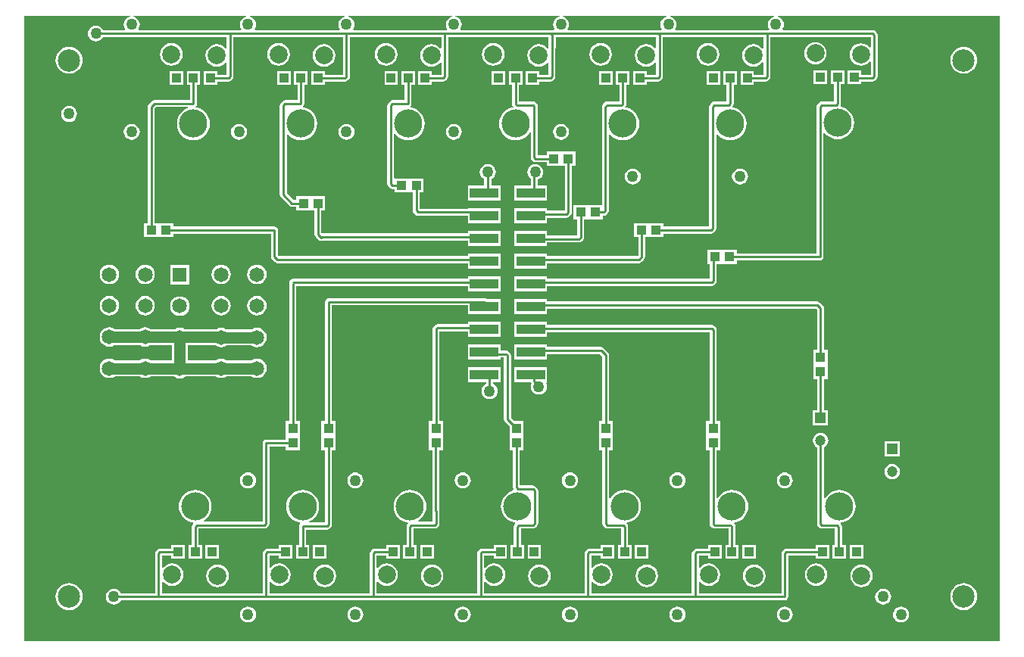
<source format=gtl>
G04*
G04 #@! TF.GenerationSoftware,Altium Limited,Altium Designer,20.2.6 (244)*
G04*
G04 Layer_Physical_Order=1*
G04 Layer_Color=255*
%FSLAX25Y25*%
%MOIN*%
G70*
G04*
G04 #@! TF.SameCoordinates,11A24C68-64DB-4881-A1EB-24DF76E2ADE5*
G04*
G04*
G04 #@! TF.FilePolarity,Positive*
G04*
G01*
G75*
%ADD12C,0.01000*%
%ADD13R,0.12500X0.04488*%
%ADD14R,0.04182X0.04469*%
%ADD15R,0.04469X0.04182*%
%ADD25C,0.05000*%
%ADD26R,0.06496X0.06496*%
%ADD27C,0.06496*%
%ADD28R,0.04724X0.04724*%
%ADD29C,0.04724*%
%ADD30C,0.07874*%
%ADD31R,0.03937X0.03937*%
%ADD32C,0.12402*%
%ADD33C,0.05000*%
%ADD34C,0.09843*%
G36*
X448111Y393201D02*
X447905Y393174D01*
X447054Y392821D01*
X446323Y392260D01*
X445762Y391529D01*
X445409Y390677D01*
X445289Y389764D01*
X445409Y388850D01*
X445762Y387999D01*
X445959Y387742D01*
X445738Y387293D01*
X442059D01*
X441742Y387356D01*
X422431D01*
X422115Y387293D01*
X404656D01*
X404435Y387742D01*
X404632Y387999D01*
X404985Y388850D01*
X405105Y389764D01*
X404985Y390677D01*
X404632Y391529D01*
X404071Y392260D01*
X403340Y392821D01*
X402489Y393174D01*
X402283Y393201D01*
X402315Y393701D01*
X448078D01*
X448111Y393201D01*
D02*
G37*
G36*
X400867D02*
X400661Y393174D01*
X399810Y392821D01*
X399079Y392260D01*
X398518Y391529D01*
X398165Y390677D01*
X398045Y389764D01*
X398165Y388850D01*
X398518Y387999D01*
X398667Y387805D01*
X398445Y387356D01*
X374894D01*
X374578Y387293D01*
X357412D01*
X357191Y387742D01*
X357388Y387999D01*
X357741Y388850D01*
X357861Y389764D01*
X357741Y390677D01*
X357388Y391529D01*
X356827Y392260D01*
X356096Y392821D01*
X355244Y393174D01*
X355038Y393201D01*
X355071Y393701D01*
X400834D01*
X400867Y393201D01*
D02*
G37*
G36*
X353623D02*
X353417Y393174D01*
X352566Y392821D01*
X351835Y392260D01*
X351273Y391529D01*
X350921Y390677D01*
X350800Y389764D01*
X350921Y388850D01*
X351273Y387999D01*
X351422Y387805D01*
X351201Y387356D01*
X327650D01*
X327334Y387293D01*
X310168D01*
X309947Y387742D01*
X310144Y387999D01*
X310496Y388850D01*
X310617Y389764D01*
X310496Y390677D01*
X310144Y391529D01*
X309583Y392260D01*
X308852Y392821D01*
X308000Y393174D01*
X307794Y393201D01*
X307827Y393701D01*
X353590D01*
X353623Y393201D01*
D02*
G37*
G36*
X306379D02*
X306173Y393174D01*
X305322Y392821D01*
X304590Y392260D01*
X304029Y391529D01*
X303677Y390677D01*
X303556Y389764D01*
X303677Y388850D01*
X304029Y387999D01*
X304178Y387805D01*
X303957Y387356D01*
X281528D01*
X281211Y387293D01*
X262924D01*
X262702Y387742D01*
X262900Y387999D01*
X263252Y388850D01*
X263373Y389764D01*
X263252Y390677D01*
X262900Y391529D01*
X262339Y392260D01*
X261608Y392821D01*
X260756Y393174D01*
X260550Y393201D01*
X260583Y393701D01*
X306346D01*
X306379Y393201D01*
D02*
G37*
G36*
X259135D02*
X258929Y393174D01*
X258077Y392821D01*
X257346Y392260D01*
X256785Y391529D01*
X256433Y390677D01*
X256312Y389764D01*
X256433Y388850D01*
X256785Y387999D01*
X256982Y387742D01*
X256761Y387293D01*
X219617D01*
X219395Y387742D01*
X219593Y387999D01*
X219945Y388850D01*
X220066Y389764D01*
X219945Y390677D01*
X219593Y391529D01*
X219032Y392260D01*
X218301Y392821D01*
X217449Y393174D01*
X217243Y393201D01*
X217276Y393701D01*
X259102D01*
X259135Y393201D01*
D02*
G37*
G36*
X215828D02*
X215622Y393174D01*
X214770Y392821D01*
X214039Y392260D01*
X213478Y391529D01*
X213125Y390677D01*
X213005Y389764D01*
X213125Y388850D01*
X213478Y387999D01*
X213627Y387805D01*
X213406Y387356D01*
X183994D01*
X183678Y387293D01*
X168436D01*
X168214Y387742D01*
X168412Y387999D01*
X168764Y388850D01*
X168885Y389764D01*
X168764Y390677D01*
X168412Y391529D01*
X167851Y392260D01*
X167119Y392821D01*
X166268Y393174D01*
X166062Y393201D01*
X166095Y393701D01*
X215795D01*
X215828Y393201D01*
D02*
G37*
G36*
X547244Y118110D02*
X118110D01*
Y393701D01*
X164614D01*
X164646Y393201D01*
X164441Y393174D01*
X163589Y392821D01*
X162858Y392260D01*
X162297Y391529D01*
X161944Y390677D01*
X161824Y389764D01*
X161944Y388850D01*
X162297Y387999D01*
X162494Y387742D01*
X162273Y387293D01*
X159518D01*
X159201Y387356D01*
X152761D01*
X152664Y387592D01*
X152102Y388323D01*
X151371Y388884D01*
X150520Y389237D01*
X149606Y389357D01*
X148693Y389237D01*
X147841Y388884D01*
X147110Y388323D01*
X146549Y387592D01*
X146196Y386740D01*
X146076Y385827D01*
X146196Y384913D01*
X146549Y384062D01*
X147110Y383330D01*
X147841Y382769D01*
X148693Y382417D01*
X149606Y382297D01*
X150520Y382417D01*
X151371Y382769D01*
X152102Y383330D01*
X152664Y384062D01*
X152761Y384297D01*
X158948D01*
X159264Y384234D01*
X183931D01*
X184248Y384297D01*
X207132D01*
Y379370D01*
X206632Y379200D01*
X206277Y379663D01*
X205246Y380454D01*
X204045Y380952D01*
X202756Y381121D01*
X201467Y380952D01*
X200266Y380454D01*
X199235Y379663D01*
X198443Y378631D01*
X197946Y377431D01*
X197776Y376142D01*
X197946Y374853D01*
X198443Y373652D01*
X199235Y372621D01*
X200266Y371829D01*
X201467Y371332D01*
X202756Y371162D01*
X204045Y371332D01*
X205246Y371829D01*
X206277Y372621D01*
X206632Y373083D01*
X207132Y372914D01*
Y367671D01*
X202969D01*
Y369110D01*
X197031D01*
Y363173D01*
X202969D01*
Y364612D01*
X208076D01*
X208661Y364729D01*
X209157Y365060D01*
X209743Y365646D01*
X210074Y366142D01*
X210191Y366727D01*
Y384297D01*
X214562D01*
X214879Y384234D01*
X258313D01*
Y367671D01*
X250213D01*
Y369110D01*
X244276D01*
Y363173D01*
X250213D01*
Y364612D01*
X259257D01*
X259842Y364729D01*
X260338Y365060D01*
X260924Y365646D01*
X261256Y366142D01*
X261372Y366727D01*
Y384234D01*
X281465D01*
X281781Y384297D01*
X301620D01*
Y379926D01*
X301557Y379610D01*
Y379452D01*
X301057Y379282D01*
X300765Y379663D01*
X299734Y380454D01*
X298533Y380952D01*
X297244Y381121D01*
X295955Y380952D01*
X294754Y380454D01*
X293723Y379663D01*
X292932Y378631D01*
X292434Y377431D01*
X292265Y376142D01*
X292434Y374853D01*
X292932Y373652D01*
X293723Y372621D01*
X294754Y371829D01*
X295955Y371332D01*
X297244Y371162D01*
X298533Y371332D01*
X299734Y371829D01*
X300765Y372621D01*
X301057Y373001D01*
X301557Y372831D01*
Y367671D01*
X297457D01*
Y369110D01*
X291520D01*
Y363173D01*
X297457D01*
Y364612D01*
X302501D01*
X303086Y364729D01*
X303582Y365060D01*
X304168Y365646D01*
X304500Y366142D01*
X304616Y366727D01*
Y379356D01*
X304679Y379673D01*
Y384112D01*
X305179Y384284D01*
X305430Y384234D01*
X327587D01*
X327904Y384297D01*
X348864D01*
Y379926D01*
X348801Y379610D01*
Y379452D01*
X348301Y379282D01*
X348009Y379663D01*
X346978Y380454D01*
X345777Y380952D01*
X344488Y381121D01*
X343199Y380952D01*
X341998Y380454D01*
X340967Y379663D01*
X340176Y378631D01*
X339678Y377431D01*
X339509Y376142D01*
X339678Y374853D01*
X340176Y373652D01*
X340967Y372621D01*
X341998Y371829D01*
X343199Y371332D01*
X344488Y371162D01*
X345777Y371332D01*
X346978Y371829D01*
X348009Y372621D01*
X348301Y373001D01*
X348801Y372831D01*
Y367671D01*
X344701D01*
Y369110D01*
X338764D01*
Y363173D01*
X344701D01*
Y364612D01*
X349745D01*
X350330Y364729D01*
X350826Y365060D01*
X351412Y365646D01*
X351744Y366142D01*
X351860Y366727D01*
Y379356D01*
X351923Y379673D01*
Y384112D01*
X352423Y384284D01*
X352674Y384234D01*
X374831D01*
X375148Y384297D01*
X396108D01*
Y379926D01*
X396045Y379610D01*
Y379452D01*
X395545Y379282D01*
X395253Y379663D01*
X394222Y380454D01*
X393021Y380952D01*
X391732Y381121D01*
X390443Y380952D01*
X389243Y380454D01*
X388211Y379663D01*
X387420Y378631D01*
X386922Y377431D01*
X386753Y376142D01*
X386922Y374853D01*
X387420Y373652D01*
X388211Y372621D01*
X389243Y371829D01*
X390443Y371332D01*
X391732Y371162D01*
X393021Y371332D01*
X394222Y371829D01*
X395253Y372621D01*
X395545Y373001D01*
X396045Y372831D01*
Y367671D01*
X391945D01*
Y369110D01*
X386008D01*
Y363173D01*
X391945D01*
Y364612D01*
X396989D01*
X397574Y364729D01*
X398070Y365060D01*
X398656Y365646D01*
X398988Y366142D01*
X399104Y366727D01*
Y379356D01*
X399167Y379673D01*
Y384112D01*
X399667Y384284D01*
X399918Y384234D01*
X422368D01*
X422685Y384297D01*
X441488D01*
X441805Y384234D01*
X443353D01*
Y379370D01*
X442852Y379200D01*
X442497Y379663D01*
X441466Y380454D01*
X440265Y380952D01*
X438976Y381121D01*
X437688Y380952D01*
X436487Y380454D01*
X435455Y379663D01*
X434664Y378631D01*
X434166Y377431D01*
X433997Y376142D01*
X434166Y374853D01*
X434664Y373652D01*
X435455Y372621D01*
X436487Y371829D01*
X437688Y371332D01*
X438976Y371162D01*
X440265Y371332D01*
X441466Y371829D01*
X442497Y372621D01*
X442852Y373083D01*
X443353Y372914D01*
Y367671D01*
X439189D01*
Y369110D01*
X433252D01*
Y363173D01*
X439189D01*
Y364612D01*
X444296D01*
X444881Y364729D01*
X445377Y365060D01*
X445963Y365646D01*
X446295Y366142D01*
X446411Y366727D01*
Y384234D01*
X490597D01*
Y379764D01*
X490097Y379594D01*
X489742Y380057D01*
X488710Y380848D01*
X487509Y381345D01*
X486221Y381515D01*
X484932Y381345D01*
X483731Y380848D01*
X482699Y380057D01*
X481908Y379025D01*
X481411Y377824D01*
X481241Y376535D01*
X481411Y375247D01*
X481908Y374046D01*
X482699Y373014D01*
X483731Y372223D01*
X484932Y371726D01*
X486221Y371556D01*
X487509Y371726D01*
X488710Y372223D01*
X489742Y373014D01*
X490097Y373477D01*
X490597Y373307D01*
Y367671D01*
X486433D01*
Y369504D01*
X480496D01*
Y363567D01*
X486433D01*
Y364612D01*
X491540D01*
X492126Y364729D01*
X492622Y365060D01*
X493207Y365646D01*
X493539Y366142D01*
X493655Y366727D01*
Y385178D01*
X493539Y385763D01*
X493207Y386259D01*
X492622Y386845D01*
X492126Y387177D01*
X491540Y387293D01*
X451900D01*
X451679Y387742D01*
X451876Y387999D01*
X452229Y388850D01*
X452349Y389764D01*
X452229Y390677D01*
X451876Y391529D01*
X451315Y392260D01*
X450584Y392821D01*
X449733Y393174D01*
X449527Y393201D01*
X449559Y393701D01*
X547244D01*
Y118110D01*
D02*
G37*
%LPC*%
G36*
X466221Y382047D02*
X464932Y381877D01*
X463731Y381379D01*
X462699Y380588D01*
X461908Y379557D01*
X461411Y378356D01*
X461241Y377067D01*
X461411Y375778D01*
X461908Y374577D01*
X462699Y373546D01*
X463731Y372755D01*
X464932Y372257D01*
X466221Y372087D01*
X467509Y372257D01*
X468710Y372755D01*
X469742Y373546D01*
X470533Y374577D01*
X471030Y375778D01*
X471200Y377067D01*
X471030Y378356D01*
X470533Y379557D01*
X469742Y380588D01*
X468710Y381379D01*
X467509Y381877D01*
X466221Y382047D01*
D02*
G37*
G36*
X418976Y381653D02*
X417688Y381483D01*
X416487Y380986D01*
X415455Y380194D01*
X414664Y379163D01*
X414166Y377962D01*
X413997Y376673D01*
X414166Y375384D01*
X414664Y374183D01*
X415455Y373152D01*
X416487Y372361D01*
X417688Y371863D01*
X418976Y371694D01*
X420265Y371863D01*
X421466Y372361D01*
X422498Y373152D01*
X423289Y374183D01*
X423786Y375384D01*
X423956Y376673D01*
X423786Y377962D01*
X423289Y379163D01*
X422498Y380194D01*
X421466Y380986D01*
X420265Y381483D01*
X418976Y381653D01*
D02*
G37*
G36*
X371732D02*
X370444Y381483D01*
X369243Y380986D01*
X368211Y380194D01*
X367420Y379163D01*
X366922Y377962D01*
X366753Y376673D01*
X366922Y375384D01*
X367420Y374183D01*
X368211Y373152D01*
X369243Y372361D01*
X370444Y371863D01*
X371732Y371694D01*
X373021Y371863D01*
X374222Y372361D01*
X375253Y373152D01*
X376045Y374183D01*
X376542Y375384D01*
X376712Y376673D01*
X376542Y377962D01*
X376045Y379163D01*
X375253Y380194D01*
X374222Y380986D01*
X373021Y381483D01*
X371732Y381653D01*
D02*
G37*
G36*
X324488D02*
X323199Y381483D01*
X321998Y380986D01*
X320967Y380194D01*
X320176Y379163D01*
X319678Y377962D01*
X319509Y376673D01*
X319678Y375384D01*
X320176Y374183D01*
X320967Y373152D01*
X321998Y372361D01*
X323199Y371863D01*
X324488Y371694D01*
X325777Y371863D01*
X326978Y372361D01*
X328009Y373152D01*
X328801Y374183D01*
X329298Y375384D01*
X329468Y376673D01*
X329298Y377962D01*
X328801Y379163D01*
X328009Y380194D01*
X326978Y380986D01*
X325777Y381483D01*
X324488Y381653D01*
D02*
G37*
G36*
X277244D02*
X275955Y381483D01*
X274754Y380986D01*
X273723Y380194D01*
X272932Y379163D01*
X272434Y377962D01*
X272265Y376673D01*
X272434Y375384D01*
X272932Y374183D01*
X273723Y373152D01*
X274754Y372361D01*
X275955Y371863D01*
X277244Y371694D01*
X278533Y371863D01*
X279734Y372361D01*
X280765Y373152D01*
X281557Y374183D01*
X282054Y375384D01*
X282224Y376673D01*
X282054Y377962D01*
X281557Y379163D01*
X280765Y380194D01*
X279734Y380986D01*
X278533Y381483D01*
X277244Y381653D01*
D02*
G37*
G36*
X230000D02*
X228711Y381483D01*
X227510Y380986D01*
X226479Y380194D01*
X225688Y379163D01*
X225190Y377962D01*
X225020Y376673D01*
X225190Y375384D01*
X225688Y374183D01*
X226479Y373152D01*
X227510Y372361D01*
X228711Y371863D01*
X230000Y371694D01*
X231289Y371863D01*
X232490Y372361D01*
X233521Y373152D01*
X234313Y374183D01*
X234810Y375384D01*
X234980Y376673D01*
X234810Y377962D01*
X234313Y379163D01*
X233521Y380194D01*
X232490Y380986D01*
X231289Y381483D01*
X230000Y381653D01*
D02*
G37*
G36*
X182756D02*
X181467Y381483D01*
X180266Y380986D01*
X179235Y380194D01*
X178443Y379163D01*
X177946Y377962D01*
X177776Y376673D01*
X177946Y375384D01*
X178443Y374183D01*
X179235Y373152D01*
X180266Y372361D01*
X181467Y371863D01*
X182756Y371694D01*
X184045Y371863D01*
X185246Y372361D01*
X186277Y373152D01*
X187068Y374183D01*
X187566Y375384D01*
X187735Y376673D01*
X187566Y377962D01*
X187068Y379163D01*
X186277Y380194D01*
X185246Y380986D01*
X184045Y381483D01*
X182756Y381653D01*
D02*
G37*
G36*
X250000Y381121D02*
X248711Y380952D01*
X247510Y380454D01*
X246479Y379663D01*
X245688Y378631D01*
X245190Y377431D01*
X245020Y376142D01*
X245190Y374853D01*
X245688Y373652D01*
X246479Y372621D01*
X247510Y371829D01*
X248711Y371332D01*
X250000Y371162D01*
X251289Y371332D01*
X252490Y371829D01*
X253521Y372621D01*
X254312Y373652D01*
X254810Y374853D01*
X254980Y376142D01*
X254810Y377431D01*
X254312Y378631D01*
X253521Y379663D01*
X252490Y380454D01*
X251289Y380952D01*
X250000Y381121D01*
D02*
G37*
G36*
X531496Y379966D02*
X530335Y379851D01*
X529219Y379513D01*
X528191Y378963D01*
X527289Y378223D01*
X526549Y377321D01*
X525999Y376293D01*
X525661Y375177D01*
X525546Y374016D01*
X525661Y372855D01*
X525999Y371739D01*
X526549Y370710D01*
X527289Y369809D01*
X528191Y369069D01*
X529219Y368519D01*
X530335Y368180D01*
X531496Y368066D01*
X532657Y368180D01*
X533773Y368519D01*
X534802Y369069D01*
X535703Y369809D01*
X536443Y370710D01*
X536993Y371739D01*
X537332Y372855D01*
X537446Y374016D01*
X537332Y375177D01*
X536993Y376293D01*
X536443Y377321D01*
X535703Y378223D01*
X534802Y378963D01*
X533773Y379513D01*
X532657Y379851D01*
X531496Y379966D01*
D02*
G37*
G36*
X137795D02*
X136635Y379851D01*
X135518Y379513D01*
X134490Y378963D01*
X133588Y378223D01*
X132848Y377321D01*
X132298Y376293D01*
X131960Y375177D01*
X131845Y374016D01*
X131960Y372855D01*
X132298Y371739D01*
X132848Y370710D01*
X133588Y369809D01*
X134490Y369069D01*
X135518Y368519D01*
X136635Y368180D01*
X137795Y368066D01*
X138956Y368180D01*
X140072Y368519D01*
X141101Y369069D01*
X142002Y369809D01*
X142743Y370710D01*
X143292Y371739D01*
X143631Y372855D01*
X143745Y374016D01*
X143631Y375177D01*
X143292Y376293D01*
X142743Y377321D01*
X142002Y378223D01*
X141101Y378963D01*
X140072Y379513D01*
X138956Y379851D01*
X137795Y379966D01*
D02*
G37*
G36*
X471472Y369504D02*
X465535D01*
Y363567D01*
X471472D01*
Y369504D01*
D02*
G37*
G36*
X424228Y369110D02*
X418291D01*
Y363173D01*
X424228D01*
Y369110D01*
D02*
G37*
G36*
X376984D02*
X371047D01*
Y363173D01*
X376984D01*
Y369110D01*
D02*
G37*
G36*
X329740D02*
X323803D01*
Y363173D01*
X329740D01*
Y369110D01*
D02*
G37*
G36*
X282496D02*
X276559D01*
Y363173D01*
X282496D01*
Y369110D01*
D02*
G37*
G36*
X235252D02*
X229315D01*
Y363173D01*
X235252D01*
Y369110D01*
D02*
G37*
G36*
X188008D02*
X182071D01*
Y363173D01*
X188008D01*
Y369110D01*
D02*
G37*
G36*
X137795Y353924D02*
X136882Y353804D01*
X136030Y353451D01*
X135299Y352890D01*
X134738Y352159D01*
X134385Y351307D01*
X134265Y350394D01*
X134385Y349480D01*
X134738Y348629D01*
X135299Y347898D01*
X136030Y347337D01*
X136882Y346984D01*
X137795Y346864D01*
X138709Y346984D01*
X139560Y347337D01*
X140292Y347898D01*
X140852Y348629D01*
X141205Y349480D01*
X141325Y350394D01*
X141205Y351307D01*
X140852Y352159D01*
X140292Y352890D01*
X139560Y353451D01*
X138709Y353804D01*
X137795Y353924D01*
D02*
G37*
G36*
X478953Y369504D02*
X473016D01*
Y363567D01*
X474455D01*
Y355860D01*
X469090D01*
X468504Y355744D01*
X468008Y355412D01*
X467202Y354606D01*
X466870Y354110D01*
X466754Y353524D01*
Y288931D01*
X431641D01*
Y290492D01*
X418752D01*
Y284311D01*
X419686D01*
Y277750D01*
X348205D01*
Y278835D01*
X333705D01*
Y272346D01*
X348205D01*
Y274691D01*
X420630D01*
X421215Y274808D01*
X421711Y275139D01*
X422297Y275725D01*
X422629Y276221D01*
X422745Y276806D01*
Y284311D01*
X431641D01*
Y285872D01*
X468284D01*
X468869Y285989D01*
X469365Y286320D01*
X469696Y286816D01*
X469813Y287402D01*
Y341838D01*
X470313Y342017D01*
X470868Y341340D01*
X471964Y340441D01*
X473215Y339772D01*
X474573Y339360D01*
X475984Y339221D01*
X477396Y339360D01*
X478753Y339772D01*
X480004Y340441D01*
X481101Y341340D01*
X482000Y342437D01*
X482669Y343688D01*
X483081Y345045D01*
X483220Y346457D01*
X483081Y347868D01*
X482669Y349226D01*
X482000Y350477D01*
X481101Y351573D01*
X480004Y352473D01*
X478753Y353141D01*
X477451Y353537D01*
X477342Y353716D01*
X477224Y354073D01*
X477397Y354331D01*
X477514Y354917D01*
Y363567D01*
X478953D01*
Y369504D01*
D02*
G37*
G36*
X354331Y346050D02*
X353417Y345930D01*
X352566Y345577D01*
X351835Y345016D01*
X351273Y344285D01*
X350921Y343433D01*
X350800Y342520D01*
X350921Y341606D01*
X351273Y340755D01*
X351835Y340023D01*
X352566Y339462D01*
X353417Y339110D01*
X354331Y338989D01*
X355244Y339110D01*
X356096Y339462D01*
X356827Y340023D01*
X357388Y340755D01*
X357741Y341606D01*
X357861Y342520D01*
X357741Y343433D01*
X357388Y344285D01*
X356827Y345016D01*
X356096Y345577D01*
X355244Y345930D01*
X354331Y346050D01*
D02*
G37*
G36*
X307087D02*
X306173Y345930D01*
X305322Y345577D01*
X304590Y345016D01*
X304029Y344285D01*
X303677Y343433D01*
X303556Y342520D01*
X303677Y341606D01*
X304029Y340755D01*
X304590Y340023D01*
X305322Y339462D01*
X306173Y339110D01*
X307087Y338989D01*
X308000Y339110D01*
X308852Y339462D01*
X309583Y340023D01*
X310144Y340755D01*
X310496Y341606D01*
X310617Y342520D01*
X310496Y343433D01*
X310144Y344285D01*
X309583Y345016D01*
X308852Y345577D01*
X308000Y345930D01*
X307087Y346050D01*
D02*
G37*
G36*
X259842D02*
X258929Y345930D01*
X258077Y345577D01*
X257346Y345016D01*
X256785Y344285D01*
X256433Y343433D01*
X256312Y342520D01*
X256433Y341606D01*
X256785Y340755D01*
X257346Y340023D01*
X258077Y339462D01*
X258929Y339110D01*
X259842Y338989D01*
X260756Y339110D01*
X261608Y339462D01*
X262339Y340023D01*
X262900Y340755D01*
X263252Y341606D01*
X263373Y342520D01*
X263252Y343433D01*
X262900Y344285D01*
X262339Y345016D01*
X261608Y345577D01*
X260756Y345930D01*
X259842Y346050D01*
D02*
G37*
G36*
X212598D02*
X211685Y345930D01*
X210833Y345577D01*
X210102Y345016D01*
X209541Y344285D01*
X209189Y343433D01*
X209068Y342520D01*
X209189Y341606D01*
X209541Y340755D01*
X210102Y340023D01*
X210833Y339462D01*
X211685Y339110D01*
X212598Y338989D01*
X213512Y339110D01*
X214364Y339462D01*
X215095Y340023D01*
X215656Y340755D01*
X216008Y341606D01*
X216129Y342520D01*
X216008Y343433D01*
X215656Y344285D01*
X215095Y345016D01*
X214364Y345577D01*
X213512Y345930D01*
X212598Y346050D01*
D02*
G37*
G36*
X165354D02*
X164441Y345930D01*
X163589Y345577D01*
X162858Y345016D01*
X162297Y344285D01*
X161944Y343433D01*
X161824Y342520D01*
X161944Y341606D01*
X162297Y340755D01*
X162858Y340023D01*
X163589Y339462D01*
X164441Y339110D01*
X165354Y338989D01*
X166268Y339110D01*
X167119Y339462D01*
X167851Y340023D01*
X168412Y340755D01*
X168764Y341606D01*
X168885Y342520D01*
X168764Y343433D01*
X168412Y344285D01*
X167851Y345016D01*
X167119Y345577D01*
X166268Y345930D01*
X165354Y346050D01*
D02*
G37*
G36*
X431709Y369110D02*
X425772D01*
Y363173D01*
X427211D01*
Y355860D01*
X421846D01*
X421260Y355744D01*
X420764Y355412D01*
X419958Y354606D01*
X419626Y354110D01*
X419510Y353524D01*
Y300742D01*
X399418D01*
Y302303D01*
X386529D01*
Y296122D01*
X388234D01*
Y288035D01*
X387949Y287750D01*
X348205D01*
Y288835D01*
X333705D01*
Y282347D01*
X348205D01*
Y284691D01*
X388583D01*
X389168Y284807D01*
X389664Y285139D01*
X390845Y286320D01*
X391177Y286816D01*
X391293Y287402D01*
Y296122D01*
X399418D01*
Y297683D01*
X420454D01*
X421039Y297800D01*
X421535Y298131D01*
X422121Y298717D01*
X422452Y299213D01*
X422569Y299798D01*
Y341444D01*
X423069Y341623D01*
X423624Y340947D01*
X424720Y340047D01*
X425971Y339378D01*
X427328Y338966D01*
X428740Y338827D01*
X430152Y338966D01*
X431509Y339378D01*
X432760Y340047D01*
X433856Y340947D01*
X434756Y342043D01*
X435425Y343294D01*
X435837Y344651D01*
X435976Y346063D01*
X435837Y347475D01*
X435425Y348832D01*
X434756Y350083D01*
X433856Y351179D01*
X432760Y352079D01*
X431509Y352748D01*
X430152Y353160D01*
X429818Y353192D01*
X429650Y353663D01*
X429822Y353835D01*
X430153Y354331D01*
X430269Y354917D01*
Y363173D01*
X431709D01*
Y369110D01*
D02*
G37*
G36*
X384465D02*
X378528D01*
Y363173D01*
X379967D01*
Y355860D01*
X374602D01*
X374016Y355744D01*
X373520Y355412D01*
X372714Y354606D01*
X372382Y354110D01*
X372266Y353524D01*
Y310177D01*
X359697D01*
Y303996D01*
X361402D01*
Y296805D01*
X348205D01*
Y298835D01*
X333705D01*
Y292347D01*
X348205D01*
Y293746D01*
X362205D01*
X362790Y293863D01*
X363286Y294194D01*
X364013Y294921D01*
X364345Y295417D01*
X364461Y296002D01*
Y303996D01*
X372586D01*
Y305557D01*
X373210D01*
X373795Y305674D01*
X374291Y306005D01*
X374877Y306591D01*
X375208Y307087D01*
X375325Y307672D01*
Y341444D01*
X375825Y341623D01*
X376380Y340947D01*
X377476Y340047D01*
X378727Y339378D01*
X380084Y338966D01*
X381496Y338827D01*
X382908Y338966D01*
X384265Y339378D01*
X385516Y340047D01*
X386612Y340947D01*
X387512Y342043D01*
X388181Y343294D01*
X388593Y344651D01*
X388732Y346063D01*
X388593Y347475D01*
X388181Y348832D01*
X387512Y350083D01*
X386612Y351179D01*
X385516Y352079D01*
X384265Y352748D01*
X382908Y353160D01*
X382574Y353192D01*
X382406Y353663D01*
X382577Y353835D01*
X382909Y354331D01*
X383026Y354917D01*
Y363173D01*
X384465D01*
Y369110D01*
D02*
G37*
G36*
X289976D02*
X284039D01*
Y363173D01*
X285478D01*
Y356446D01*
X280113D01*
X279528Y356329D01*
X279032Y355998D01*
X278226Y355192D01*
X277894Y354696D01*
X277778Y354110D01*
Y319483D01*
X277894Y318898D01*
X278226Y318402D01*
X278811Y317816D01*
X279308Y317485D01*
X279893Y317368D01*
X280957D01*
Y315807D01*
X289082D01*
Y307813D01*
X289199Y307228D01*
X289530Y306732D01*
X290257Y306005D01*
X290753Y305674D01*
X291339Y305557D01*
X313213D01*
Y302346D01*
X327713D01*
Y308835D01*
X313213D01*
Y308616D01*
X292141D01*
Y315807D01*
X293846D01*
Y321989D01*
X280957D01*
X280837Y322439D01*
Y341444D01*
X281336Y341623D01*
X281891Y340947D01*
X282988Y340047D01*
X284239Y339378D01*
X285596Y338966D01*
X287008Y338827D01*
X288420Y338966D01*
X289777Y339378D01*
X291028Y340047D01*
X292124Y340947D01*
X293024Y342043D01*
X293693Y343294D01*
X294105Y344651D01*
X294244Y346063D01*
X294105Y347475D01*
X293693Y348832D01*
X293024Y350083D01*
X292124Y351179D01*
X291028Y352079D01*
X289777Y352748D01*
X288420Y353160D01*
X288035Y353197D01*
X287906Y353713D01*
X288089Y353835D01*
X288421Y354331D01*
X288537Y354917D01*
Y363173D01*
X289976D01*
Y369110D01*
D02*
G37*
G36*
X242732D02*
X236795D01*
Y363173D01*
X238234D01*
Y356446D01*
X232869D01*
X232284Y356329D01*
X231788Y355998D01*
X230981Y355192D01*
X230650Y354696D01*
X230534Y354110D01*
Y314813D01*
X230650Y314227D01*
X230981Y313731D01*
X234771Y309942D01*
X235267Y309611D01*
X235852Y309494D01*
X237650D01*
Y307933D01*
X245775D01*
Y297377D01*
X245892Y296792D01*
X246223Y296296D01*
X247638Y294882D01*
X248134Y294550D01*
X248719Y294434D01*
X249304Y294550D01*
X249515Y294691D01*
X313213D01*
Y292347D01*
X327713D01*
Y298835D01*
X313213D01*
Y297750D01*
X249095D01*
X248834Y298011D01*
Y307933D01*
X250539D01*
Y314114D01*
X237650D01*
Y312553D01*
X236486D01*
X233592Y315446D01*
Y341444D01*
X234092Y341623D01*
X234647Y340947D01*
X235744Y340047D01*
X236995Y339378D01*
X238352Y338966D01*
X239764Y338827D01*
X241175Y338966D01*
X242533Y339378D01*
X243784Y340047D01*
X244880Y340947D01*
X245780Y342043D01*
X246449Y343294D01*
X246860Y344651D01*
X246999Y346063D01*
X246860Y347475D01*
X246449Y348832D01*
X245780Y350083D01*
X244880Y351179D01*
X243784Y352079D01*
X242533Y352748D01*
X241175Y353160D01*
X240791Y353197D01*
X240662Y353713D01*
X240845Y353835D01*
X241177Y354331D01*
X241293Y354917D01*
Y363173D01*
X242732D01*
Y369110D01*
D02*
G37*
G36*
X195488D02*
X189551D01*
Y363173D01*
X190990D01*
Y356446D01*
X175268D01*
X174682Y356329D01*
X174186Y355998D01*
X172874Y354685D01*
X172542Y354189D01*
X172426Y353604D01*
Y302303D01*
X170721D01*
Y296122D01*
X183610D01*
Y297683D01*
X226655D01*
Y287564D01*
X226771Y286979D01*
X227103Y286482D01*
X228446Y285139D01*
X228942Y284807D01*
X229528Y284691D01*
X313213D01*
Y282347D01*
X327713D01*
Y288835D01*
X313213D01*
Y287750D01*
X230161D01*
X229714Y288197D01*
Y299213D01*
X229597Y299798D01*
X229266Y300294D01*
X228769Y300626D01*
X228184Y300742D01*
X183610D01*
Y302303D01*
X175485D01*
Y352970D01*
X175901Y353387D01*
X190136D01*
X190210Y352887D01*
X189751Y352748D01*
X188500Y352079D01*
X187403Y351179D01*
X186504Y350083D01*
X185835Y348832D01*
X185423Y347475D01*
X185284Y346063D01*
X185423Y344651D01*
X185835Y343294D01*
X186504Y342043D01*
X187403Y340947D01*
X188500Y340047D01*
X189751Y339378D01*
X191108Y338966D01*
X192520Y338827D01*
X193931Y338966D01*
X195289Y339378D01*
X196540Y340047D01*
X197636Y340947D01*
X198536Y342043D01*
X199205Y343294D01*
X199616Y344651D01*
X199755Y346063D01*
X199616Y347475D01*
X199205Y348832D01*
X198536Y350083D01*
X197636Y351179D01*
X196540Y352079D01*
X195289Y352748D01*
X193931Y353160D01*
X193547Y353197D01*
X193418Y353713D01*
X193601Y353835D01*
X193933Y354331D01*
X194049Y354917D01*
Y363173D01*
X195488D01*
Y369110D01*
D02*
G37*
G36*
X433071Y326365D02*
X432157Y326245D01*
X431306Y325892D01*
X430575Y325331D01*
X430014Y324600D01*
X429661Y323748D01*
X429541Y322835D01*
X429661Y321921D01*
X430014Y321070D01*
X430575Y320338D01*
X431306Y319777D01*
X432157Y319425D01*
X433071Y319304D01*
X433985Y319425D01*
X434836Y319777D01*
X435567Y320338D01*
X436128Y321070D01*
X436481Y321921D01*
X436601Y322835D01*
X436481Y323748D01*
X436128Y324600D01*
X435567Y325331D01*
X434836Y325892D01*
X433985Y326245D01*
X433071Y326365D01*
D02*
G37*
G36*
X385827D02*
X384913Y326245D01*
X384062Y325892D01*
X383330Y325331D01*
X382769Y324600D01*
X382417Y323748D01*
X382297Y322835D01*
X382417Y321921D01*
X382769Y321070D01*
X383330Y320338D01*
X384062Y319777D01*
X384913Y319425D01*
X385827Y319304D01*
X386740Y319425D01*
X387592Y319777D01*
X388323Y320338D01*
X388884Y321070D01*
X389237Y321921D01*
X389357Y322835D01*
X389237Y323748D01*
X388884Y324600D01*
X388323Y325331D01*
X387592Y325892D01*
X386740Y326245D01*
X385827Y326365D01*
D02*
G37*
G36*
X342957Y328333D02*
X342043Y328213D01*
X341192Y327860D01*
X340460Y327299D01*
X339899Y326568D01*
X339547Y325717D01*
X339427Y324803D01*
X339547Y323889D01*
X339899Y323038D01*
X340460Y322307D01*
X340990Y321900D01*
Y318835D01*
X333705D01*
Y312347D01*
X348205D01*
Y318835D01*
X344049D01*
Y321467D01*
X344722Y321746D01*
X345453Y322307D01*
X346014Y323038D01*
X346367Y323889D01*
X346487Y324803D01*
X346367Y325717D01*
X346014Y326568D01*
X345453Y327299D01*
X344722Y327860D01*
X343870Y328213D01*
X342957Y328333D01*
D02*
G37*
G36*
X322070D02*
X321156Y328213D01*
X320305Y327860D01*
X319574Y327299D01*
X319013Y326568D01*
X318660Y325717D01*
X318540Y324803D01*
X318660Y323889D01*
X319013Y323038D01*
X319574Y322307D01*
X320305Y321746D01*
X320541Y321648D01*
Y318835D01*
X313213D01*
Y312347D01*
X327713D01*
Y318835D01*
X323599D01*
Y321648D01*
X323835Y321746D01*
X324566Y322307D01*
X325127Y323038D01*
X325480Y323889D01*
X325600Y324803D01*
X325480Y325717D01*
X325127Y326568D01*
X324566Y327299D01*
X323835Y327860D01*
X322984Y328213D01*
X322070Y328333D01*
D02*
G37*
G36*
X337221Y369110D02*
X331283D01*
Y363173D01*
X332723D01*
Y354917D01*
X332839Y354331D01*
X333171Y353835D01*
X333342Y353663D01*
X333174Y353192D01*
X332840Y353160D01*
X331483Y352748D01*
X330232Y352079D01*
X329136Y351179D01*
X328236Y350083D01*
X327567Y348832D01*
X327155Y347475D01*
X327016Y346063D01*
X327155Y344651D01*
X327567Y343294D01*
X328236Y342043D01*
X329136Y340947D01*
X330232Y340047D01*
X331483Y339378D01*
X332840Y338966D01*
X334252Y338827D01*
X335664Y338966D01*
X337021Y339378D01*
X338272Y340047D01*
X339368Y340947D01*
X340268Y342043D01*
X340490Y342459D01*
X340990Y342333D01*
Y331294D01*
X341107Y330709D01*
X341438Y330213D01*
X342024Y329627D01*
X342520Y329296D01*
X343106Y329179D01*
X347886D01*
Y327618D01*
X356012D01*
Y307750D01*
X348205D01*
Y308835D01*
X333705D01*
Y302346D01*
X348205D01*
Y304691D01*
X356720D01*
X357305Y304807D01*
X357801Y305139D01*
X358622Y305960D01*
X358954Y306456D01*
X359070Y307042D01*
Y327618D01*
X360775D01*
Y333800D01*
X347886D01*
Y332238D01*
X344049D01*
Y353745D01*
X343933Y354330D01*
X343601Y354826D01*
X343015Y355412D01*
X342519Y355744D01*
X341934Y355860D01*
X335781D01*
Y363173D01*
X337221D01*
Y369110D01*
D02*
G37*
G36*
X327713Y278835D02*
X313213D01*
Y277750D01*
X236221Y277750D01*
X235635Y277633D01*
X235139Y277302D01*
X234807Y276806D01*
X234691Y276220D01*
X234759Y275880D01*
X234691Y275539D01*
Y215106D01*
X233130D01*
Y208637D01*
Y206981D01*
X224410D01*
X223824Y206864D01*
X223328Y206533D01*
X222996Y206036D01*
X222880Y205451D01*
Y170821D01*
X197037D01*
X196911Y171321D01*
X197327Y171543D01*
X198424Y172443D01*
X199323Y173539D01*
X199992Y174790D01*
X200404Y176147D01*
X200543Y177559D01*
X200404Y178971D01*
X199992Y180328D01*
X199323Y181579D01*
X198424Y182675D01*
X197327Y183575D01*
X196076Y184244D01*
X194719Y184656D01*
X193307Y184795D01*
X191895Y184656D01*
X190538Y184244D01*
X189287Y183575D01*
X188191Y182675D01*
X187291Y181579D01*
X186622Y180328D01*
X186211Y178971D01*
X186072Y177559D01*
X186211Y176147D01*
X186622Y174790D01*
X187291Y173539D01*
X188191Y172443D01*
X189287Y171543D01*
X190538Y170874D01*
X191895Y170463D01*
X192229Y170430D01*
X192397Y169959D01*
X192226Y169787D01*
X191894Y169291D01*
X191778Y168705D01*
Y160449D01*
X190339D01*
Y154512D01*
X196276D01*
Y160449D01*
X194836D01*
Y167762D01*
X223824D01*
X224409Y167878D01*
X224905Y168210D01*
X225491Y168796D01*
X225822Y169292D01*
X225939Y169877D01*
Y203922D01*
X233130D01*
Y202217D01*
X239311D01*
Y208637D01*
Y215106D01*
X237750D01*
Y274691D01*
X313213Y274691D01*
Y272346D01*
X327713D01*
Y278835D01*
D02*
G37*
G36*
X220472Y283997D02*
X219363Y283851D01*
X218330Y283423D01*
X217443Y282742D01*
X216762Y281855D01*
X216334Y280822D01*
X216188Y279713D01*
X216334Y278604D01*
X216762Y277570D01*
X217443Y276683D01*
X218330Y276002D01*
X219363Y275574D01*
X220472Y275428D01*
X221581Y275574D01*
X222615Y276002D01*
X223502Y276683D01*
X224183Y277570D01*
X224611Y278604D01*
X224757Y279713D01*
X224611Y280822D01*
X224183Y281855D01*
X223502Y282742D01*
X222615Y283423D01*
X221581Y283851D01*
X220472Y283997D01*
D02*
G37*
G36*
X204724D02*
X203615Y283851D01*
X202582Y283423D01*
X201695Y282742D01*
X201014Y281855D01*
X200586Y280822D01*
X200440Y279713D01*
X200586Y278604D01*
X201014Y277570D01*
X201695Y276683D01*
X202582Y276002D01*
X203615Y275574D01*
X204724Y275428D01*
X205833Y275574D01*
X206867Y276002D01*
X207754Y276683D01*
X208435Y277570D01*
X208863Y278604D01*
X209009Y279713D01*
X208863Y280822D01*
X208435Y281855D01*
X207754Y282742D01*
X206867Y283423D01*
X205833Y283851D01*
X204724Y283997D01*
D02*
G37*
G36*
X171260D02*
X170151Y283851D01*
X169117Y283423D01*
X168230Y282742D01*
X167549Y281855D01*
X167121Y280822D01*
X166975Y279713D01*
X167121Y278604D01*
X167549Y277570D01*
X168230Y276683D01*
X169117Y276002D01*
X170151Y275574D01*
X171260Y275428D01*
X172369Y275574D01*
X173402Y276002D01*
X174290Y276683D01*
X174970Y277570D01*
X175399Y278604D01*
X175545Y279713D01*
X175399Y280822D01*
X174970Y281855D01*
X174290Y282742D01*
X173402Y283423D01*
X172369Y283851D01*
X171260Y283997D01*
D02*
G37*
G36*
X155512D02*
X154403Y283851D01*
X153369Y283423D01*
X152482Y282742D01*
X151801Y281855D01*
X151373Y280822D01*
X151227Y279713D01*
X151373Y278604D01*
X151801Y277570D01*
X152482Y276683D01*
X153369Y276002D01*
X154403Y275574D01*
X155512Y275428D01*
X156621Y275574D01*
X157654Y276002D01*
X158542Y276683D01*
X159222Y277570D01*
X159651Y278604D01*
X159797Y279713D01*
X159651Y280822D01*
X159222Y281855D01*
X158542Y282742D01*
X157654Y283423D01*
X156621Y283851D01*
X155512Y283997D01*
D02*
G37*
G36*
X190790Y283776D02*
X182294D01*
Y275279D01*
X190790D01*
Y283776D01*
D02*
G37*
G36*
X320532Y269246D02*
X251969D01*
X251383Y269129D01*
X250887Y268798D01*
X250555Y268302D01*
X250439Y267717D01*
Y215106D01*
X248878D01*
Y208637D01*
Y202217D01*
X250439D01*
Y179139D01*
X250376Y178822D01*
Y175508D01*
X250439Y175192D01*
Y170427D01*
X243503D01*
X243486Y170468D01*
X243419Y170927D01*
X244571Y171543D01*
X245668Y172443D01*
X246567Y173539D01*
X247236Y174790D01*
X247648Y176147D01*
X247787Y177559D01*
X247648Y178971D01*
X247236Y180328D01*
X246567Y181579D01*
X245668Y182675D01*
X244571Y183575D01*
X243320Y184244D01*
X241963Y184656D01*
X240551Y184795D01*
X239140Y184656D01*
X237782Y184244D01*
X236531Y183575D01*
X235435Y182675D01*
X234535Y181579D01*
X233866Y180328D01*
X233455Y178971D01*
X233316Y177559D01*
X233455Y176147D01*
X233866Y174790D01*
X234535Y173539D01*
X235435Y172443D01*
X236531Y171543D01*
X237782Y170874D01*
X239140Y170463D01*
X239274Y170449D01*
X239388Y170176D01*
X239437Y169931D01*
X239138Y169483D01*
X239022Y168898D01*
Y160449D01*
X237583D01*
Y154512D01*
X243520D01*
Y160449D01*
X242081D01*
Y167368D01*
X251383D01*
X251968Y167485D01*
X252464Y167816D01*
X253050Y168402D01*
X253381Y168898D01*
X253498Y169483D01*
Y175445D01*
X253435Y175762D01*
Y178568D01*
X253498Y178885D01*
Y202217D01*
X255059D01*
Y208637D01*
Y215106D01*
X253498D01*
Y266187D01*
X313213D01*
Y262347D01*
X327713D01*
Y268835D01*
X321558D01*
X321117Y269129D01*
X320532Y269246D01*
D02*
G37*
G36*
X220472Y270218D02*
X219363Y270072D01*
X218330Y269644D01*
X217443Y268963D01*
X216762Y268075D01*
X216334Y267042D01*
X216188Y265933D01*
X216334Y264824D01*
X216762Y263791D01*
X217443Y262903D01*
X218330Y262222D01*
X219363Y261794D01*
X220472Y261648D01*
X221581Y261794D01*
X222615Y262222D01*
X223502Y262903D01*
X224183Y263791D01*
X224611Y264824D01*
X224757Y265933D01*
X224611Y267042D01*
X224183Y268075D01*
X223502Y268963D01*
X222615Y269644D01*
X221581Y270072D01*
X220472Y270218D01*
D02*
G37*
G36*
X204724D02*
X203615Y270072D01*
X202582Y269644D01*
X201695Y268963D01*
X201014Y268075D01*
X200586Y267042D01*
X200440Y265933D01*
X200586Y264824D01*
X201014Y263791D01*
X201695Y262903D01*
X202582Y262222D01*
X203615Y261794D01*
X204724Y261648D01*
X205833Y261794D01*
X206867Y262222D01*
X207754Y262903D01*
X208435Y263791D01*
X208863Y264824D01*
X209009Y265933D01*
X208863Y267042D01*
X208435Y268075D01*
X207754Y268963D01*
X206867Y269644D01*
X205833Y270072D01*
X204724Y270218D01*
D02*
G37*
G36*
X171260D02*
X170151Y270072D01*
X169117Y269644D01*
X168230Y268963D01*
X167549Y268075D01*
X167121Y267042D01*
X166975Y265933D01*
X167121Y264824D01*
X167549Y263791D01*
X168230Y262903D01*
X169117Y262222D01*
X170151Y261794D01*
X171260Y261648D01*
X172369Y261794D01*
X173402Y262222D01*
X174290Y262903D01*
X174970Y263791D01*
X175399Y264824D01*
X175545Y265933D01*
X175399Y267042D01*
X174970Y268075D01*
X174290Y268963D01*
X173402Y269644D01*
X172369Y270072D01*
X171260Y270218D01*
D02*
G37*
G36*
X155512D02*
X154403Y270072D01*
X153369Y269644D01*
X152482Y268963D01*
X151801Y268075D01*
X151373Y267042D01*
X151227Y265933D01*
X151373Y264824D01*
X151801Y263791D01*
X152482Y262903D01*
X153369Y262222D01*
X154403Y261794D01*
X155512Y261648D01*
X156621Y261794D01*
X157654Y262222D01*
X158542Y262903D01*
X159222Y263791D01*
X159651Y264824D01*
X159797Y265933D01*
X159651Y267042D01*
X159222Y268075D01*
X158542Y268963D01*
X157654Y269644D01*
X156621Y270072D01*
X155512Y270218D01*
D02*
G37*
G36*
X186542Y270033D02*
X185433Y269887D01*
X184400Y269459D01*
X183513Y268778D01*
X182832Y267890D01*
X182404Y266857D01*
X182258Y265748D01*
X182404Y264639D01*
X182832Y263606D01*
X183513Y262718D01*
X184400Y262037D01*
X185433Y261609D01*
X186542Y261463D01*
X187651Y261609D01*
X188685Y262037D01*
X189572Y262718D01*
X190253Y263606D01*
X190681Y264639D01*
X190827Y265748D01*
X190681Y266857D01*
X190253Y267890D01*
X189572Y268778D01*
X188685Y269459D01*
X187651Y269887D01*
X186542Y270033D01*
D02*
G37*
G36*
X171260Y256438D02*
X170151Y256292D01*
X169117Y255864D01*
X168762Y255591D01*
X158010D01*
X157654Y255864D01*
X156621Y256292D01*
X155512Y256438D01*
X154403Y256292D01*
X153369Y255864D01*
X152482Y255183D01*
X151801Y254296D01*
X151373Y253262D01*
X151227Y252153D01*
X151373Y251045D01*
X151801Y250011D01*
X152482Y249124D01*
X153369Y248443D01*
X154403Y248015D01*
X155512Y247869D01*
X156621Y248015D01*
X157654Y248443D01*
X157769Y248531D01*
X169003D01*
X169117Y248443D01*
X170151Y248015D01*
X171260Y247869D01*
X172369Y248015D01*
X173402Y248443D01*
X173596Y248591D01*
X173846Y248624D01*
X183012D01*
Y241904D01*
X173637D01*
X173402Y242085D01*
X172369Y242513D01*
X171260Y242659D01*
X170151Y242513D01*
X169117Y242085D01*
X168882Y241904D01*
X157889D01*
X157654Y242085D01*
X156621Y242513D01*
X155512Y242659D01*
X154403Y242513D01*
X153369Y242085D01*
X152482Y241404D01*
X151801Y240516D01*
X151373Y239483D01*
X151227Y238374D01*
X151373Y237265D01*
X151801Y236232D01*
X152482Y235344D01*
X153369Y234663D01*
X154403Y234235D01*
X155512Y234089D01*
X156621Y234235D01*
X157654Y234663D01*
X157889Y234844D01*
X168882D01*
X169117Y234663D01*
X170151Y234235D01*
X171260Y234089D01*
X172369Y234235D01*
X173402Y234663D01*
X173637Y234844D01*
X183924D01*
X184400Y234478D01*
X185433Y234050D01*
X186542Y233904D01*
X187651Y234050D01*
X188685Y234478D01*
X189163Y234846D01*
X202347D01*
X202582Y234665D01*
X203615Y234237D01*
X204724Y234091D01*
X205833Y234237D01*
X206867Y234665D01*
X207101Y234845D01*
X218094D01*
X218330Y234663D01*
X219363Y234235D01*
X220472Y234089D01*
X221581Y234235D01*
X222615Y234663D01*
X223502Y235344D01*
X224183Y236232D01*
X224611Y237265D01*
X224757Y238374D01*
X224611Y239483D01*
X224183Y240516D01*
X223502Y241404D01*
X222615Y242085D01*
X221581Y242513D01*
X220472Y242659D01*
X219363Y242513D01*
X218330Y242085D01*
X218096Y241905D01*
X207103D01*
X206867Y242087D01*
X205833Y242515D01*
X204724Y242661D01*
X203615Y242515D01*
X202582Y242087D01*
X202347Y241906D01*
X190073D01*
Y248532D01*
X202225D01*
X202582Y248258D01*
X203615Y247830D01*
X204724Y247684D01*
X205833Y247830D01*
X206867Y248258D01*
X207102Y248438D01*
X218095D01*
X218330Y248258D01*
X219363Y247830D01*
X220472Y247684D01*
X221581Y247830D01*
X222615Y248258D01*
X223502Y248939D01*
X224183Y249826D01*
X224611Y250859D01*
X224757Y251969D01*
X224611Y253078D01*
X224183Y254111D01*
X223502Y254998D01*
X222615Y255679D01*
X221581Y256107D01*
X220472Y256253D01*
X219363Y256107D01*
X218330Y255679D01*
X218095Y255499D01*
X207102D01*
X206867Y255679D01*
X205833Y256107D01*
X204724Y256253D01*
X203615Y256107D01*
X202582Y255679D01*
X202469Y255592D01*
X188798D01*
X188685Y255679D01*
X187651Y256107D01*
X186542Y256253D01*
X185433Y256107D01*
X184413Y255685D01*
X173636D01*
X173402Y255864D01*
X172369Y256292D01*
X171260Y256438D01*
D02*
G37*
G36*
X327713Y258835D02*
X313213D01*
Y257750D01*
X299798D01*
X299213Y257633D01*
X298717Y257302D01*
X298131Y256716D01*
X297800Y256220D01*
X297683Y255635D01*
Y215106D01*
X296122D01*
Y208637D01*
Y202217D01*
X297620D01*
Y175508D01*
X297683Y175192D01*
Y170884D01*
X297556D01*
X297239Y170821D01*
X291525D01*
X291400Y171321D01*
X291815Y171543D01*
X292912Y172443D01*
X293811Y173539D01*
X294480Y174790D01*
X294892Y176147D01*
X295031Y177559D01*
X294892Y178971D01*
X294480Y180328D01*
X293811Y181579D01*
X292912Y182675D01*
X291815Y183575D01*
X290564Y184244D01*
X289207Y184656D01*
X287795Y184795D01*
X286384Y184656D01*
X285026Y184244D01*
X283775Y183575D01*
X282679Y182675D01*
X281779Y181579D01*
X281110Y180328D01*
X280699Y178971D01*
X280560Y177559D01*
X280699Y176147D01*
X281110Y174790D01*
X281779Y173539D01*
X282679Y172443D01*
X283775Y171543D01*
X285026Y170874D01*
X286384Y170463D01*
X286717Y170430D01*
X286886Y169959D01*
X286714Y169787D01*
X286382Y169291D01*
X286266Y168705D01*
Y160449D01*
X284827D01*
Y154512D01*
X290764D01*
Y160449D01*
X289325D01*
Y167762D01*
X297493D01*
X297809Y167825D01*
X298690D01*
X299275Y167941D01*
X299771Y168273D01*
X300294Y168796D01*
X300626Y169292D01*
X300742Y169877D01*
Y175445D01*
X300679Y175762D01*
Y202217D01*
X302303D01*
Y208637D01*
Y215106D01*
X300742D01*
Y254691D01*
X313213D01*
Y252346D01*
X327713D01*
Y258835D01*
D02*
G37*
G36*
X348205Y238835D02*
X333705D01*
Y232347D01*
X341058D01*
X341107Y232102D01*
X341351Y231736D01*
X341116Y231167D01*
X340995Y230254D01*
X341116Y229340D01*
X341468Y228488D01*
X342029Y227757D01*
X342760Y227196D01*
X343612Y226844D01*
X344526Y226723D01*
X345439Y226844D01*
X346291Y227196D01*
X347022Y227757D01*
X347583Y228488D01*
X347936Y229340D01*
X348056Y230254D01*
X347936Y231167D01*
X347654Y231846D01*
X347908Y232347D01*
X348205D01*
Y238835D01*
D02*
G37*
G36*
X327713D02*
X313213D01*
Y232347D01*
X321305D01*
Y231501D01*
X321070Y231404D01*
X320338Y230843D01*
X319777Y230112D01*
X319425Y229260D01*
X319304Y228346D01*
X319425Y227433D01*
X319777Y226581D01*
X320338Y225850D01*
X321070Y225289D01*
X321921Y224937D01*
X322835Y224816D01*
X323748Y224937D01*
X324600Y225289D01*
X325331Y225850D01*
X325892Y226581D01*
X326245Y227433D01*
X326365Y228346D01*
X326245Y229260D01*
X325892Y230112D01*
X325331Y230843D01*
X324600Y231404D01*
X324364Y231501D01*
Y232347D01*
X327713D01*
Y238835D01*
D02*
G37*
G36*
X348205Y268835D02*
X333705D01*
Y262347D01*
X348205D01*
Y264691D01*
X466538D01*
X466974Y264255D01*
Y246602D01*
X465413D01*
Y240133D01*
Y233713D01*
X466974D01*
Y219898D01*
X465142D01*
Y213173D01*
X471866D01*
Y219898D01*
X470033D01*
Y233713D01*
X471595D01*
Y240133D01*
Y246602D01*
X470033D01*
Y264888D01*
X469917Y265473D01*
X469585Y265970D01*
X468171Y267384D01*
X467675Y267715D01*
X467090Y267832D01*
X466678Y267750D01*
X348205D01*
Y268835D01*
D02*
G37*
G36*
X503362Y206276D02*
X496638D01*
Y199551D01*
X503362D01*
Y206276D01*
D02*
G37*
G36*
X500000Y196305D02*
X499122Y196189D01*
X498304Y195850D01*
X497602Y195311D01*
X497063Y194609D01*
X496724Y193791D01*
X496609Y192913D01*
X496724Y192036D01*
X497063Y191218D01*
X497602Y190515D01*
X498304Y189977D01*
X499122Y189638D01*
X500000Y189522D01*
X500878Y189638D01*
X501696Y189977D01*
X502398Y190515D01*
X502937Y191218D01*
X503276Y192036D01*
X503391Y192913D01*
X503276Y193791D01*
X502937Y194609D01*
X502398Y195311D01*
X501696Y195850D01*
X500878Y196189D01*
X500000Y196305D01*
D02*
G37*
G36*
X452756Y192507D02*
X451842Y192386D01*
X450991Y192034D01*
X450260Y191473D01*
X449699Y190742D01*
X449346Y189890D01*
X449226Y188976D01*
X449346Y188063D01*
X449699Y187211D01*
X450260Y186480D01*
X450991Y185919D01*
X451842Y185566D01*
X452756Y185446D01*
X453670Y185566D01*
X454521Y185919D01*
X455252Y186480D01*
X455813Y187211D01*
X456166Y188063D01*
X456286Y188976D01*
X456166Y189890D01*
X455813Y190742D01*
X455252Y191473D01*
X454521Y192034D01*
X453670Y192386D01*
X452756Y192507D01*
D02*
G37*
G36*
X405512D02*
X404598Y192386D01*
X403747Y192034D01*
X403016Y191473D01*
X402455Y190742D01*
X402102Y189890D01*
X401982Y188976D01*
X402102Y188063D01*
X402455Y187211D01*
X403016Y186480D01*
X403747Y185919D01*
X404598Y185566D01*
X405512Y185446D01*
X406426Y185566D01*
X407277Y185919D01*
X408008Y186480D01*
X408569Y187211D01*
X408922Y188063D01*
X409042Y188976D01*
X408922Y189890D01*
X408569Y190742D01*
X408008Y191473D01*
X407277Y192034D01*
X406426Y192386D01*
X405512Y192507D01*
D02*
G37*
G36*
X358268D02*
X357354Y192386D01*
X356503Y192034D01*
X355771Y191473D01*
X355210Y190742D01*
X354858Y189890D01*
X354737Y188976D01*
X354858Y188063D01*
X355210Y187211D01*
X355771Y186480D01*
X356503Y185919D01*
X357354Y185566D01*
X358268Y185446D01*
X359181Y185566D01*
X360033Y185919D01*
X360764Y186480D01*
X361325Y187211D01*
X361678Y188063D01*
X361798Y188976D01*
X361678Y189890D01*
X361325Y190742D01*
X360764Y191473D01*
X360033Y192034D01*
X359181Y192386D01*
X358268Y192507D01*
D02*
G37*
G36*
X311024D02*
X310110Y192386D01*
X309259Y192034D01*
X308527Y191473D01*
X307966Y190742D01*
X307614Y189890D01*
X307493Y188976D01*
X307614Y188063D01*
X307966Y187211D01*
X308527Y186480D01*
X309259Y185919D01*
X310110Y185566D01*
X311024Y185446D01*
X311937Y185566D01*
X312789Y185919D01*
X313520Y186480D01*
X314081Y187211D01*
X314434Y188063D01*
X314554Y188976D01*
X314434Y189890D01*
X314081Y190742D01*
X313520Y191473D01*
X312789Y192034D01*
X311937Y192386D01*
X311024Y192507D01*
D02*
G37*
G36*
X263779D02*
X262866Y192386D01*
X262014Y192034D01*
X261283Y191473D01*
X260722Y190742D01*
X260370Y189890D01*
X260249Y188976D01*
X260370Y188063D01*
X260722Y187211D01*
X261283Y186480D01*
X262014Y185919D01*
X262866Y185566D01*
X263779Y185446D01*
X264693Y185566D01*
X265545Y185919D01*
X266276Y186480D01*
X266837Y187211D01*
X267189Y188063D01*
X267310Y188976D01*
X267189Y189890D01*
X266837Y190742D01*
X266276Y191473D01*
X265545Y192034D01*
X264693Y192386D01*
X263779Y192507D01*
D02*
G37*
G36*
X216535D02*
X215622Y192386D01*
X214770Y192034D01*
X214039Y191473D01*
X213478Y190742D01*
X213125Y189890D01*
X213005Y188976D01*
X213125Y188063D01*
X213478Y187211D01*
X214039Y186480D01*
X214770Y185919D01*
X215622Y185566D01*
X216535Y185446D01*
X217449Y185566D01*
X218301Y185919D01*
X219032Y186480D01*
X219593Y187211D01*
X219945Y188063D01*
X220066Y188976D01*
X219945Y189890D01*
X219593Y190742D01*
X219032Y191473D01*
X218301Y192034D01*
X217449Y192386D01*
X216535Y192507D01*
D02*
G37*
G36*
X487220Y160449D02*
X481284D01*
Y154512D01*
X487220D01*
Y160449D01*
D02*
G37*
G36*
X468504Y209927D02*
X467626Y209811D01*
X466808Y209472D01*
X466106Y208933D01*
X465567Y208231D01*
X465228Y207413D01*
X465113Y206535D01*
X465228Y205658D01*
X465567Y204840D01*
X466106Y204137D01*
X466808Y203599D01*
X466974Y203530D01*
Y169877D01*
X467091Y169292D01*
X467422Y168796D01*
X468008Y168210D01*
X468504Y167878D01*
X469090Y167762D01*
X474849D01*
Y160449D01*
X473803D01*
Y154512D01*
X479740D01*
Y160449D01*
X477907D01*
Y168705D01*
X477791Y169291D01*
X477459Y169787D01*
X477323Y169923D01*
X477491Y170394D01*
X478183Y170463D01*
X479541Y170874D01*
X480792Y171543D01*
X481888Y172443D01*
X482788Y173539D01*
X483457Y174790D01*
X483868Y176147D01*
X484007Y177559D01*
X483868Y178971D01*
X483457Y180328D01*
X482788Y181579D01*
X481888Y182675D01*
X480792Y183575D01*
X479541Y184244D01*
X478183Y184656D01*
X476772Y184795D01*
X475360Y184656D01*
X474003Y184244D01*
X472752Y183575D01*
X471655Y182675D01*
X470755Y181579D01*
X470533Y181163D01*
X470033Y181289D01*
Y203530D01*
X470199Y203599D01*
X470902Y204137D01*
X471441Y204840D01*
X471780Y205658D01*
X471895Y206535D01*
X471780Y207413D01*
X471441Y208231D01*
X470902Y208933D01*
X470199Y209472D01*
X469382Y209811D01*
X468504Y209927D01*
D02*
G37*
G36*
X439976Y160449D02*
X434039D01*
Y154512D01*
X439976D01*
Y160449D01*
D02*
G37*
G36*
X348205Y258835D02*
X333705D01*
Y252346D01*
X348205D01*
Y254376D01*
X419731D01*
Y215106D01*
X418169D01*
Y208637D01*
Y202217D01*
X419731D01*
Y169877D01*
X419847Y169292D01*
X420178Y168796D01*
X420764Y168210D01*
X421260Y167878D01*
X421846Y167762D01*
X427998D01*
Y160449D01*
X426559D01*
Y154512D01*
X432496D01*
Y160449D01*
X431057D01*
Y168705D01*
X430940Y169291D01*
X430609Y169787D01*
X430437Y169959D01*
X430606Y170430D01*
X430939Y170463D01*
X432297Y170874D01*
X433547Y171543D01*
X434644Y172443D01*
X435544Y173539D01*
X436212Y174790D01*
X436624Y176147D01*
X436763Y177559D01*
X436624Y178971D01*
X436212Y180328D01*
X435544Y181579D01*
X434644Y182675D01*
X433547Y183575D01*
X432297Y184244D01*
X430939Y184656D01*
X429528Y184795D01*
X428116Y184656D01*
X426759Y184244D01*
X425508Y183575D01*
X424411Y182675D01*
X423511Y181579D01*
X423289Y181163D01*
X422789Y181289D01*
Y202217D01*
X424351D01*
Y208637D01*
Y215106D01*
X422789D01*
Y255320D01*
X422673Y255905D01*
X422341Y256401D01*
X421756Y256987D01*
X421259Y257318D01*
X420674Y257435D01*
X348205D01*
Y258835D01*
D02*
G37*
G36*
X472260Y160449D02*
X466323D01*
Y159010D01*
X453342D01*
X452756Y158893D01*
X452260Y158562D01*
X451675Y157976D01*
X451343Y157480D01*
X451227Y156895D01*
Y139325D01*
X414915D01*
Y144252D01*
X415415Y144422D01*
X415770Y143959D01*
X416802Y143168D01*
X418003Y142670D01*
X419291Y142501D01*
X420580Y142670D01*
X421781Y143168D01*
X422812Y143959D01*
X423604Y144991D01*
X424101Y146192D01*
X424271Y147480D01*
X424101Y148769D01*
X423604Y149970D01*
X422812Y151001D01*
X421781Y151793D01*
X420580Y152290D01*
X419291Y152460D01*
X418003Y152290D01*
X416802Y151793D01*
X415770Y151001D01*
X415415Y150539D01*
X414915Y150708D01*
Y155951D01*
X419079D01*
Y154512D01*
X425016D01*
Y160449D01*
X419079D01*
Y159010D01*
X413972D01*
X413386Y158893D01*
X412890Y158562D01*
X412304Y157976D01*
X411973Y157480D01*
X411856Y156895D01*
Y139325D01*
X367671D01*
Y144252D01*
X368171Y144422D01*
X368526Y143959D01*
X369557Y143168D01*
X370758Y142670D01*
X372047Y142501D01*
X373336Y142670D01*
X374537Y143168D01*
X375568Y143959D01*
X376360Y144991D01*
X376857Y146192D01*
X377027Y147480D01*
X376857Y148769D01*
X376360Y149970D01*
X375568Y151001D01*
X374537Y151793D01*
X373336Y152290D01*
X372047Y152460D01*
X370758Y152290D01*
X369557Y151793D01*
X368526Y151001D01*
X368171Y150539D01*
X367671Y150708D01*
Y155951D01*
X371835D01*
Y154512D01*
X377772D01*
Y160449D01*
X371835D01*
Y159010D01*
X366727D01*
X366142Y158893D01*
X365646Y158562D01*
X365060Y157976D01*
X364729Y157480D01*
X364612Y156895D01*
Y139325D01*
X320427D01*
Y144252D01*
X320927Y144422D01*
X321282Y143959D01*
X322313Y143168D01*
X323514Y142670D01*
X324803Y142501D01*
X326092Y142670D01*
X327293Y143168D01*
X328324Y143959D01*
X329116Y144991D01*
X329613Y146192D01*
X329783Y147480D01*
X329613Y148769D01*
X329116Y149970D01*
X328324Y151001D01*
X327293Y151793D01*
X326092Y152290D01*
X324803Y152460D01*
X323514Y152290D01*
X322313Y151793D01*
X321282Y151001D01*
X320927Y150539D01*
X320427Y150708D01*
Y155951D01*
X324591D01*
Y154512D01*
X330528D01*
Y160449D01*
X324591D01*
Y159010D01*
X319483D01*
X318898Y158893D01*
X318402Y158562D01*
X317816Y157976D01*
X317485Y157480D01*
X317368Y156895D01*
Y139325D01*
X273183D01*
Y144252D01*
X273683Y144422D01*
X274038Y143959D01*
X275069Y143168D01*
X276270Y142670D01*
X277559Y142501D01*
X278848Y142670D01*
X280049Y143168D01*
X281080Y143959D01*
X281872Y144991D01*
X282369Y146192D01*
X282539Y147480D01*
X282369Y148769D01*
X281872Y149970D01*
X281080Y151001D01*
X280049Y151793D01*
X278848Y152290D01*
X277559Y152460D01*
X276270Y152290D01*
X275069Y151793D01*
X274038Y151001D01*
X273683Y150539D01*
X273183Y150708D01*
Y155951D01*
X277346D01*
Y154512D01*
X283283D01*
Y160449D01*
X277346D01*
Y159010D01*
X272239D01*
X271654Y158893D01*
X271158Y158562D01*
X270572Y157976D01*
X270241Y157480D01*
X270124Y156895D01*
Y139325D01*
X225939D01*
Y144252D01*
X226439Y144422D01*
X226794Y143959D01*
X227825Y143168D01*
X229026Y142670D01*
X230315Y142501D01*
X231604Y142670D01*
X232805Y143168D01*
X233836Y143959D01*
X234627Y144991D01*
X235125Y146192D01*
X235295Y147480D01*
X235125Y148769D01*
X234627Y149970D01*
X233836Y151001D01*
X232805Y151793D01*
X231604Y152290D01*
X230315Y152460D01*
X229026Y152290D01*
X227825Y151793D01*
X226794Y151001D01*
X226439Y150539D01*
X225939Y150708D01*
Y155951D01*
X230102D01*
Y154512D01*
X236039D01*
Y160449D01*
X230102D01*
Y159010D01*
X224995D01*
X224410Y158893D01*
X223914Y158562D01*
X223328Y157976D01*
X222996Y157480D01*
X222880Y156895D01*
Y139325D01*
X178695D01*
Y144252D01*
X179195Y144422D01*
X179550Y143959D01*
X180581Y143168D01*
X181782Y142670D01*
X183071Y142501D01*
X184360Y142670D01*
X185561Y143168D01*
X186592Y143959D01*
X187383Y144991D01*
X187881Y146192D01*
X188050Y147480D01*
X187881Y148769D01*
X187383Y149970D01*
X186592Y151001D01*
X185561Y151793D01*
X184360Y152290D01*
X183071Y152460D01*
X181782Y152290D01*
X180581Y151793D01*
X179550Y151001D01*
X179195Y150539D01*
X178695Y150708D01*
Y155951D01*
X182858D01*
Y154512D01*
X188795D01*
Y160449D01*
X182858D01*
Y159010D01*
X177751D01*
X177166Y158893D01*
X176670Y158562D01*
X176084Y157976D01*
X175752Y157480D01*
X175636Y156895D01*
Y139325D01*
X160635D01*
X160538Y139560D01*
X159976Y140292D01*
X159245Y140852D01*
X158394Y141205D01*
X157480Y141325D01*
X156567Y141205D01*
X155715Y140852D01*
X154984Y140292D01*
X154423Y139560D01*
X154070Y138709D01*
X153950Y137795D01*
X154070Y136882D01*
X154423Y136030D01*
X154984Y135299D01*
X155715Y134738D01*
X156567Y134385D01*
X157480Y134265D01*
X158394Y134385D01*
X159245Y134738D01*
X159976Y135299D01*
X160538Y136030D01*
X160635Y136266D01*
X452756D01*
X453341Y136382D01*
X453837Y136714D01*
X454169Y137210D01*
X454285Y137795D01*
Y155951D01*
X466323D01*
Y154512D01*
X472260D01*
Y160449D01*
D02*
G37*
G36*
X392732D02*
X386795D01*
Y154512D01*
X392732D01*
Y160449D01*
D02*
G37*
G36*
X348205Y248835D02*
X333705D01*
Y242347D01*
X348205D01*
Y244691D01*
X371256D01*
X372486Y243461D01*
Y215106D01*
X370925D01*
Y208637D01*
Y202217D01*
X372486D01*
Y169877D01*
X372603Y169292D01*
X372934Y168796D01*
X373520Y168210D01*
X374016Y167878D01*
X374602Y167762D01*
X380754D01*
Y160449D01*
X379315D01*
Y154512D01*
X385252D01*
Y160449D01*
X383813D01*
Y168705D01*
X383696Y169291D01*
X383365Y169787D01*
X383193Y169959D01*
X383362Y170430D01*
X383695Y170463D01*
X385052Y170874D01*
X386303Y171543D01*
X387400Y172443D01*
X388300Y173539D01*
X388968Y174790D01*
X389380Y176147D01*
X389519Y177559D01*
X389380Y178971D01*
X388968Y180328D01*
X388300Y181579D01*
X387400Y182675D01*
X386303Y183575D01*
X385052Y184244D01*
X383695Y184656D01*
X382283Y184795D01*
X380872Y184656D01*
X379515Y184244D01*
X378264Y183575D01*
X377167Y182675D01*
X376267Y181579D01*
X376045Y181163D01*
X375545Y181289D01*
Y202217D01*
X377107D01*
Y208637D01*
Y215106D01*
X375545D01*
Y244094D01*
X375429Y244680D01*
X375097Y245176D01*
X372971Y247302D01*
X372475Y247633D01*
X371890Y247750D01*
X348205D01*
Y248835D01*
D02*
G37*
G36*
X345488Y160449D02*
X339551D01*
Y154512D01*
X345488D01*
Y160449D01*
D02*
G37*
G36*
X327713Y248835D02*
X313213D01*
Y242347D01*
X327713D01*
Y243151D01*
X329179D01*
Y215952D01*
X329296Y215367D01*
X329627Y214871D01*
X331555Y212943D01*
Y208637D01*
Y202217D01*
X333116D01*
Y185846D01*
X333233Y185260D01*
X333345Y185092D01*
X333135Y184506D01*
X332270Y184244D01*
X331019Y183575D01*
X329923Y182675D01*
X329023Y181579D01*
X328355Y180328D01*
X327943Y178971D01*
X327804Y177559D01*
X327943Y176147D01*
X328355Y174790D01*
X329023Y173539D01*
X329923Y172443D01*
X331019Y171543D01*
X332270Y170874D01*
X333628Y170463D01*
X333961Y170430D01*
X334130Y169959D01*
X333958Y169787D01*
X333626Y169291D01*
X333510Y168705D01*
Y160449D01*
X332071D01*
Y154512D01*
X338008D01*
Y160449D01*
X336569D01*
Y167762D01*
X341934D01*
X342519Y167878D01*
X343015Y168210D01*
X343822Y169016D01*
X344153Y169512D01*
X344270Y170098D01*
Y184454D01*
X344153Y185039D01*
X343822Y185535D01*
X343015Y186341D01*
X342519Y186673D01*
X341934Y186789D01*
X336175D01*
Y202217D01*
X337737D01*
Y208637D01*
Y215106D01*
X333718D01*
X332238Y216586D01*
Y244094D01*
X332122Y244680D01*
X331790Y245176D01*
X331204Y245762D01*
X330708Y246093D01*
X330123Y246210D01*
X327713D01*
Y248835D01*
D02*
G37*
G36*
X298244Y160449D02*
X292307D01*
Y154512D01*
X298244D01*
Y160449D01*
D02*
G37*
G36*
X251000D02*
X245063D01*
Y154512D01*
X251000D01*
Y160449D01*
D02*
G37*
G36*
X203756D02*
X197819D01*
Y154512D01*
X203756D01*
Y160449D01*
D02*
G37*
G36*
X466535Y152460D02*
X465247Y152290D01*
X464046Y151793D01*
X463014Y151001D01*
X462223Y149970D01*
X461726Y148769D01*
X461556Y147480D01*
X461726Y146192D01*
X462223Y144991D01*
X463014Y143959D01*
X464046Y143168D01*
X465247Y142670D01*
X466535Y142501D01*
X467824Y142670D01*
X469025Y143168D01*
X470056Y143959D01*
X470848Y144991D01*
X471345Y146192D01*
X471515Y147480D01*
X471345Y148769D01*
X470848Y149970D01*
X470056Y151001D01*
X469025Y151793D01*
X467824Y152290D01*
X466535Y152460D01*
D02*
G37*
G36*
X486535Y151928D02*
X485247Y151759D01*
X484046Y151261D01*
X483014Y150470D01*
X482223Y149439D01*
X481726Y148238D01*
X481556Y146949D01*
X481726Y145660D01*
X482223Y144459D01*
X483014Y143428D01*
X484046Y142636D01*
X485247Y142139D01*
X486535Y141969D01*
X487824Y142139D01*
X489025Y142636D01*
X490057Y143428D01*
X490848Y144459D01*
X491345Y145660D01*
X491515Y146949D01*
X491345Y148238D01*
X490848Y149439D01*
X490057Y150470D01*
X489025Y151261D01*
X487824Y151759D01*
X486535Y151928D01*
D02*
G37*
G36*
X439291D02*
X438002Y151759D01*
X436801Y151261D01*
X435770Y150470D01*
X434979Y149439D01*
X434481Y148238D01*
X434312Y146949D01*
X434481Y145660D01*
X434979Y144459D01*
X435770Y143428D01*
X436801Y142636D01*
X438002Y142139D01*
X439291Y141969D01*
X440580Y142139D01*
X441781Y142636D01*
X442812Y143428D01*
X443604Y144459D01*
X444101Y145660D01*
X444271Y146949D01*
X444101Y148238D01*
X443604Y149439D01*
X442812Y150470D01*
X441781Y151261D01*
X440580Y151759D01*
X439291Y151928D01*
D02*
G37*
G36*
X392047D02*
X390758Y151759D01*
X389557Y151261D01*
X388526Y150470D01*
X387735Y149439D01*
X387237Y148238D01*
X387068Y146949D01*
X387237Y145660D01*
X387735Y144459D01*
X388526Y143428D01*
X389557Y142636D01*
X390758Y142139D01*
X392047Y141969D01*
X393336Y142139D01*
X394537Y142636D01*
X395568Y143428D01*
X396360Y144459D01*
X396857Y145660D01*
X397027Y146949D01*
X396857Y148238D01*
X396360Y149439D01*
X395568Y150470D01*
X394537Y151261D01*
X393336Y151759D01*
X392047Y151928D01*
D02*
G37*
G36*
X344803D02*
X343514Y151759D01*
X342313Y151261D01*
X341282Y150470D01*
X340491Y149439D01*
X339993Y148238D01*
X339824Y146949D01*
X339993Y145660D01*
X340491Y144459D01*
X341282Y143428D01*
X342313Y142636D01*
X343514Y142139D01*
X344803Y141969D01*
X346092Y142139D01*
X347293Y142636D01*
X348324Y143428D01*
X349116Y144459D01*
X349613Y145660D01*
X349783Y146949D01*
X349613Y148238D01*
X349116Y149439D01*
X348324Y150470D01*
X347293Y151261D01*
X346092Y151759D01*
X344803Y151928D01*
D02*
G37*
G36*
X297559D02*
X296270Y151759D01*
X295069Y151261D01*
X294038Y150470D01*
X293247Y149439D01*
X292749Y148238D01*
X292579Y146949D01*
X292749Y145660D01*
X293247Y144459D01*
X294038Y143428D01*
X295069Y142636D01*
X296270Y142139D01*
X297559Y141969D01*
X298848Y142139D01*
X300049Y142636D01*
X301080Y143428D01*
X301871Y144459D01*
X302369Y145660D01*
X302539Y146949D01*
X302369Y148238D01*
X301871Y149439D01*
X301080Y150470D01*
X300049Y151261D01*
X298848Y151759D01*
X297559Y151928D01*
D02*
G37*
G36*
X250315D02*
X249026Y151759D01*
X247825Y151261D01*
X246794Y150470D01*
X246003Y149439D01*
X245505Y148238D01*
X245335Y146949D01*
X245505Y145660D01*
X246003Y144459D01*
X246794Y143428D01*
X247825Y142636D01*
X249026Y142139D01*
X250315Y141969D01*
X251604Y142139D01*
X252805Y142636D01*
X253836Y143428D01*
X254627Y144459D01*
X255125Y145660D01*
X255295Y146949D01*
X255125Y148238D01*
X254627Y149439D01*
X253836Y150470D01*
X252805Y151261D01*
X251604Y151759D01*
X250315Y151928D01*
D02*
G37*
G36*
X203071D02*
X201782Y151759D01*
X200581Y151261D01*
X199550Y150470D01*
X198758Y149439D01*
X198261Y148238D01*
X198091Y146949D01*
X198261Y145660D01*
X198758Y144459D01*
X199550Y143428D01*
X200581Y142636D01*
X201782Y142139D01*
X203071Y141969D01*
X204360Y142139D01*
X205561Y142636D01*
X206592Y143428D01*
X207383Y144459D01*
X207881Y145660D01*
X208050Y146949D01*
X207881Y148238D01*
X207383Y149439D01*
X206592Y150470D01*
X205561Y151261D01*
X204360Y151759D01*
X203071Y151928D01*
D02*
G37*
G36*
X496063Y141325D02*
X495149Y141205D01*
X494298Y140852D01*
X493567Y140292D01*
X493006Y139560D01*
X492653Y138709D01*
X492533Y137795D01*
X492653Y136882D01*
X493006Y136030D01*
X493567Y135299D01*
X494298Y134738D01*
X495149Y134385D01*
X496063Y134265D01*
X496977Y134385D01*
X497828Y134738D01*
X498559Y135299D01*
X499120Y136030D01*
X499473Y136882D01*
X499593Y137795D01*
X499473Y138709D01*
X499120Y139560D01*
X498559Y140292D01*
X497828Y140852D01*
X496977Y141205D01*
X496063Y141325D01*
D02*
G37*
G36*
X531496Y143745D02*
X530335Y143631D01*
X529219Y143292D01*
X528191Y142743D01*
X527289Y142002D01*
X526549Y141101D01*
X525999Y140072D01*
X525661Y138956D01*
X525546Y137795D01*
X525661Y136635D01*
X525999Y135518D01*
X526549Y134490D01*
X527289Y133588D01*
X528191Y132848D01*
X529219Y132298D01*
X530335Y131960D01*
X531496Y131845D01*
X532657Y131960D01*
X533773Y132298D01*
X534802Y132848D01*
X535703Y133588D01*
X536443Y134490D01*
X536993Y135518D01*
X537332Y136635D01*
X537446Y137795D01*
X537332Y138956D01*
X536993Y140072D01*
X536443Y141101D01*
X535703Y142002D01*
X534802Y142743D01*
X533773Y143292D01*
X532657Y143631D01*
X531496Y143745D01*
D02*
G37*
G36*
X137795D02*
X136635Y143631D01*
X135518Y143292D01*
X134490Y142743D01*
X133588Y142002D01*
X132848Y141101D01*
X132298Y140072D01*
X131960Y138956D01*
X131845Y137795D01*
X131960Y136635D01*
X132298Y135518D01*
X132848Y134490D01*
X133588Y133588D01*
X134490Y132848D01*
X135518Y132298D01*
X136635Y131960D01*
X137795Y131845D01*
X138956Y131960D01*
X140072Y132298D01*
X141101Y132848D01*
X142002Y133588D01*
X142743Y134490D01*
X143292Y135518D01*
X143631Y136635D01*
X143745Y137795D01*
X143631Y138956D01*
X143292Y140072D01*
X142743Y141101D01*
X142002Y142002D01*
X141101Y142743D01*
X140072Y143292D01*
X138956Y143631D01*
X137795Y143745D01*
D02*
G37*
G36*
X503937Y133451D02*
X503023Y133331D01*
X502172Y132978D01*
X501441Y132418D01*
X500880Y131686D01*
X500527Y130835D01*
X500407Y129921D01*
X500527Y129008D01*
X500880Y128156D01*
X501441Y127425D01*
X502172Y126864D01*
X503023Y126511D01*
X503937Y126391D01*
X504851Y126511D01*
X505702Y126864D01*
X506433Y127425D01*
X506994Y128156D01*
X507347Y129008D01*
X507467Y129921D01*
X507347Y130835D01*
X506994Y131686D01*
X506433Y132418D01*
X505702Y132978D01*
X504851Y133331D01*
X503937Y133451D01*
D02*
G37*
G36*
X452756D02*
X451842Y133331D01*
X450991Y132978D01*
X450260Y132418D01*
X449699Y131686D01*
X449346Y130835D01*
X449226Y129921D01*
X449346Y129008D01*
X449699Y128156D01*
X450260Y127425D01*
X450991Y126864D01*
X451842Y126511D01*
X452756Y126391D01*
X453670Y126511D01*
X454521Y126864D01*
X455252Y127425D01*
X455813Y128156D01*
X456166Y129008D01*
X456286Y129921D01*
X456166Y130835D01*
X455813Y131686D01*
X455252Y132418D01*
X454521Y132978D01*
X453670Y133331D01*
X452756Y133451D01*
D02*
G37*
G36*
X405512D02*
X404598Y133331D01*
X403747Y132978D01*
X403016Y132418D01*
X402455Y131686D01*
X402102Y130835D01*
X401982Y129921D01*
X402102Y129008D01*
X402455Y128156D01*
X403016Y127425D01*
X403747Y126864D01*
X404598Y126511D01*
X405512Y126391D01*
X406426Y126511D01*
X407277Y126864D01*
X408008Y127425D01*
X408569Y128156D01*
X408922Y129008D01*
X409042Y129921D01*
X408922Y130835D01*
X408569Y131686D01*
X408008Y132418D01*
X407277Y132978D01*
X406426Y133331D01*
X405512Y133451D01*
D02*
G37*
G36*
X358268D02*
X357354Y133331D01*
X356503Y132978D01*
X355771Y132418D01*
X355210Y131686D01*
X354858Y130835D01*
X354737Y129921D01*
X354858Y129008D01*
X355210Y128156D01*
X355771Y127425D01*
X356503Y126864D01*
X357354Y126511D01*
X358268Y126391D01*
X359181Y126511D01*
X360033Y126864D01*
X360764Y127425D01*
X361325Y128156D01*
X361678Y129008D01*
X361798Y129921D01*
X361678Y130835D01*
X361325Y131686D01*
X360764Y132418D01*
X360033Y132978D01*
X359181Y133331D01*
X358268Y133451D01*
D02*
G37*
G36*
X311024D02*
X310110Y133331D01*
X309259Y132978D01*
X308527Y132418D01*
X307966Y131686D01*
X307614Y130835D01*
X307493Y129921D01*
X307614Y129008D01*
X307966Y128156D01*
X308527Y127425D01*
X309259Y126864D01*
X310110Y126511D01*
X311024Y126391D01*
X311937Y126511D01*
X312789Y126864D01*
X313520Y127425D01*
X314081Y128156D01*
X314434Y129008D01*
X314554Y129921D01*
X314434Y130835D01*
X314081Y131686D01*
X313520Y132418D01*
X312789Y132978D01*
X311937Y133331D01*
X311024Y133451D01*
D02*
G37*
G36*
X263779D02*
X262866Y133331D01*
X262014Y132978D01*
X261283Y132418D01*
X260722Y131686D01*
X260370Y130835D01*
X260249Y129921D01*
X260370Y129008D01*
X260722Y128156D01*
X261283Y127425D01*
X262014Y126864D01*
X262866Y126511D01*
X263779Y126391D01*
X264693Y126511D01*
X265545Y126864D01*
X266276Y127425D01*
X266837Y128156D01*
X267189Y129008D01*
X267310Y129921D01*
X267189Y130835D01*
X266837Y131686D01*
X266276Y132418D01*
X265545Y132978D01*
X264693Y133331D01*
X263779Y133451D01*
D02*
G37*
G36*
X216535D02*
X215622Y133331D01*
X214770Y132978D01*
X214039Y132418D01*
X213478Y131686D01*
X213125Y130835D01*
X213005Y129921D01*
X213125Y129008D01*
X213478Y128156D01*
X214039Y127425D01*
X214770Y126864D01*
X215622Y126511D01*
X216535Y126391D01*
X217449Y126511D01*
X218301Y126864D01*
X219032Y127425D01*
X219593Y128156D01*
X219945Y129008D01*
X220066Y129921D01*
X219945Y130835D01*
X219593Y131686D01*
X219032Y132418D01*
X218301Y132978D01*
X217449Y133331D01*
X216535Y133451D01*
D02*
G37*
%LPD*%
D12*
X232063Y314813D02*
Y354110D01*
Y314813D02*
X235852Y311024D01*
X240884D01*
X186449Y252062D02*
X186542Y251969D01*
Y265935D02*
X186543Y265934D01*
X186541Y279714D02*
X186542Y279714D01*
X186541Y265934D02*
X186542Y265935D01*
Y279714D02*
X186543Y279714D01*
X186540Y238374D02*
X186542Y238376D01*
X224410Y205451D02*
X236221D01*
X320463Y276220D02*
X322028D01*
X236221Y276220D02*
X320463Y276220D01*
X236221Y211872D02*
Y275539D01*
X193893Y169291D02*
X223824D01*
X224410Y169877D02*
Y205451D01*
X193307Y168705D02*
X193893Y169291D01*
X223824D02*
X224410Y169877D01*
X321228Y307020D02*
X322028Y306221D01*
X315759Y307020D02*
X321228D01*
X315692Y307087D02*
X315759Y307020D01*
X291339Y307087D02*
X315692D01*
X290612Y307813D02*
X291339Y307087D01*
X290612Y307813D02*
Y318898D01*
X322028Y316220D02*
X322070Y316263D01*
Y324803D01*
X342520Y325035D02*
X342957Y325472D01*
X342520Y316220D02*
Y325035D01*
X248719Y295963D02*
X248976Y296220D01*
X247305Y297377D02*
Y311024D01*
Y297377D02*
X248719Y295963D01*
X248976Y296220D02*
X322028D01*
X228184Y287564D02*
Y299213D01*
X229528Y286221D02*
X322028D01*
X228184Y287564D02*
X229528Y286221D01*
X320532Y267717D02*
X322028Y266220D01*
X251969Y267717D02*
X320532D01*
X299798Y256221D02*
X322028D01*
X299213Y255635D02*
X299798Y256221D01*
X299213Y211872D02*
Y255635D01*
X322028Y246220D02*
X323568Y244680D01*
X330123D01*
X330709Y244094D01*
X334646Y211872D02*
Y212015D01*
X330709Y215952D02*
X334646Y212015D01*
X330709Y215952D02*
Y244094D01*
X322028Y236221D02*
X322835Y235413D01*
Y228346D02*
Y235413D01*
X342520Y232687D02*
Y236221D01*
Y232687D02*
X344526Y230681D01*
Y230254D02*
Y230681D01*
X374016Y211872D02*
Y244094D01*
X342520Y246220D02*
X371890D01*
X374016Y244094D01*
X342835Y255906D02*
X420674D01*
X421260Y211872D02*
Y255320D01*
X420674Y255906D02*
X421260Y255320D01*
X342520Y256221D02*
X342835Y255906D01*
X467008Y266220D02*
X467090Y266302D01*
X468504Y243368D02*
Y264888D01*
X467090Y266302D02*
X468504Y264888D01*
X342520Y266220D02*
X467008D01*
X421216Y286631D02*
X421987Y287402D01*
X421216Y276806D02*
Y286631D01*
X420630Y276220D02*
X421216Y276806D01*
X342520Y276220D02*
X420630D01*
X389764Y287402D02*
Y299213D01*
X342520Y286221D02*
X388583D01*
X389764Y287402D01*
X342520Y296220D02*
X343465Y295276D01*
X362205D01*
X362931Y296002D02*
Y307087D01*
X362205Y295276D02*
X362931Y296002D01*
X342520Y306221D02*
X356720D01*
X357541Y307042D02*
Y330709D01*
X356720Y306221D02*
X357541Y307042D01*
X428407Y287402D02*
X468284D01*
X396184Y299213D02*
X420454D01*
X421039Y299798D01*
Y353524D01*
X369352Y307087D02*
X373210D01*
X343106Y330709D02*
X351120D01*
X342520Y331294D02*
X343106Y330709D01*
X342520Y331294D02*
Y353745D01*
X279307Y319483D02*
Y354110D01*
X279893Y318898D02*
X284191D01*
X279307Y319483D02*
X279893Y318898D01*
X280113Y354917D02*
X287008D01*
X279307Y354110D02*
X280113Y354917D01*
X232869D02*
X239764D01*
X232063Y354110D02*
X232869Y354917D01*
X239764D02*
Y366142D01*
X180376Y299213D02*
X228184D01*
X173955Y353604D02*
X175268Y354917D01*
X192520D01*
X173955Y299213D02*
Y353604D01*
X192520Y354917D02*
Y366142D01*
X468504Y216535D02*
Y236947D01*
X467918Y243953D02*
X468504Y243368D01*
X421260Y169877D02*
Y205451D01*
X374016Y169877D02*
Y205451D01*
X251969Y178885D02*
Y205451D01*
X251905Y178822D02*
X251969Y178885D01*
Y211872D02*
Y267717D01*
X299150Y205388D02*
X299213Y205451D01*
X299150Y175508D02*
Y205388D01*
X334646Y185846D02*
Y205451D01*
X468284Y353524D02*
X469090Y354331D01*
X475398D01*
X468284Y287402D02*
Y353524D01*
X475398Y354331D02*
X475984Y354917D01*
Y366535D01*
X483858Y366142D02*
X491540D01*
X492126Y366727D01*
X483465Y366535D02*
X483858Y366142D01*
X444882Y385764D02*
X491540D01*
X492126Y385178D01*
Y366727D02*
Y385178D01*
X421039Y353524D02*
X421846Y354331D01*
X428154D01*
X428740Y354917D02*
Y366142D01*
X428154Y354331D02*
X428740Y354917D01*
X441805Y385764D02*
X444882D01*
X444296Y366142D02*
X444882Y366727D01*
X436221Y366142D02*
X444296D01*
X444882Y366727D02*
Y385764D01*
X441742Y385827D02*
X441805Y385764D01*
X422431Y385827D02*
X441742D01*
X214816D02*
X214879Y385764D01*
X208661Y385827D02*
X214816D01*
X214879Y385764D02*
X259842D01*
X177165Y137795D02*
X224410D01*
X271654D01*
X318898D02*
X366142D01*
X413386D01*
X157480D02*
X177165D01*
X177751Y157480D02*
X185827D01*
X177165Y156895D02*
X177751Y157480D01*
X177165Y137795D02*
Y156895D01*
X224410D02*
X224995Y157480D01*
X233071D01*
X224410Y137795D02*
Y156895D01*
X271654Y137795D02*
X318898D01*
X271654D02*
Y156895D01*
X272239Y157480D02*
X280315D01*
X271654Y156895D02*
X272239Y157480D01*
X319483D02*
X327559D01*
X318898Y156895D02*
X319483Y157480D01*
X318898Y137795D02*
Y156895D01*
X413972Y157480D02*
X422047D01*
X413386Y156895D02*
X413972Y157480D01*
X413386Y137795D02*
Y156895D01*
Y137795D02*
X452756D01*
X366727Y157480D02*
X374803D01*
X366142Y156895D02*
X366727Y157480D01*
X366142Y137795D02*
Y156895D01*
X453342Y157480D02*
X469291D01*
X452756Y137795D02*
Y156895D01*
X453342Y157480D01*
X159264Y385764D02*
X183931D01*
X149606Y385827D02*
X159201D01*
X159264Y385764D01*
X183994Y385827D02*
X208661D01*
Y366727D02*
Y385827D01*
X183931Y385764D02*
X183994Y385827D01*
X399918Y385764D02*
X422368D01*
X422431Y385827D01*
X399855D02*
X399918Y385764D01*
X397052Y385827D02*
X399855D01*
X397638Y379673D02*
Y385241D01*
X397575Y379610D02*
X397638Y379673D01*
X397575Y366727D02*
Y379610D01*
X397052Y385827D02*
X397638Y385241D01*
X374894Y385827D02*
X397052D01*
X349808D02*
X352611D01*
X352674Y385764D02*
X374831D01*
X352611Y385827D02*
X352674Y385764D01*
X374831D02*
X374894Y385827D01*
X327587Y385764D02*
X327650Y385827D01*
X303150D02*
X305367D01*
X327650D02*
X349808D01*
X305367D02*
X305430Y385764D01*
X327587D01*
X259842D02*
X281465D01*
X281528Y385827D02*
X303150D01*
Y379673D02*
Y385827D01*
X303087Y379610D02*
X303150Y379673D01*
X281465Y385764D02*
X281528Y385827D01*
X303087Y366727D02*
Y379610D01*
X259842Y366727D02*
Y385764D01*
X259257Y366142D02*
X259842Y366727D01*
X247244Y366142D02*
X259257D01*
X294488D02*
X302501D01*
X303087Y366727D01*
X350394Y379673D02*
Y385241D01*
X349745Y366142D02*
X350331Y366727D01*
Y379610D01*
X341732Y366142D02*
X349745D01*
X350331Y379610D02*
X350394Y379673D01*
X388976Y366142D02*
X396989D01*
X397575Y366727D01*
X349808Y385827D02*
X350394Y385241D01*
X208076Y366142D02*
X208661Y366727D01*
X200000Y366142D02*
X208076D01*
X251905Y175508D02*
Y178822D01*
Y175508D02*
X251969Y175445D01*
Y169483D02*
Y175445D01*
X251383Y168898D02*
X251969Y169483D01*
X240551Y168898D02*
X251383D01*
X299150Y175508D02*
X299213Y175445D01*
Y169877D02*
Y175445D01*
X297556Y169354D02*
X298690D01*
X297493Y169291D02*
X297556Y169354D01*
X288381Y169291D02*
X297493D01*
X298690Y169354D02*
X299213Y169877D01*
X468504D02*
Y206535D01*
X469090Y169291D02*
X475792D01*
X468504Y169877D02*
X469090Y169291D01*
X476378Y157874D02*
Y168705D01*
X475792Y169291D02*
X476378Y168705D01*
Y157874D02*
X476772Y157480D01*
X373210Y307087D02*
X373795Y307672D01*
Y353524D01*
X344526Y230254D02*
X344854Y230582D01*
X193307Y157480D02*
Y168705D01*
X287795Y157480D02*
Y168705D01*
X288381Y169291D01*
X240551Y157480D02*
Y168898D01*
X334646Y185846D02*
X335231Y185260D01*
X341934D01*
X342740Y170098D02*
Y184454D01*
X341934Y185260D02*
X342740Y184454D01*
X335625Y169291D02*
X341934D01*
X342740Y170098D01*
X335039Y168705D02*
X335625Y169291D01*
X335039Y157480D02*
Y168705D01*
X374602Y169291D02*
X381698D01*
X374016Y169877D02*
X374602Y169291D01*
X382283Y157480D02*
Y168705D01*
X381698Y169291D02*
X382283Y168705D01*
X421846Y169291D02*
X428942D01*
X421260Y169877D02*
X421846Y169291D01*
X428942D02*
X429528Y168705D01*
Y157480D02*
Y168705D01*
X373795Y353524D02*
X374602Y354331D01*
X380910D01*
X381496Y354917D01*
Y366142D01*
X334838Y354331D02*
X341934D01*
X342520Y353745D01*
X334252Y354917D02*
Y366142D01*
Y354917D02*
X334838Y354331D01*
X287008Y354917D02*
Y366142D01*
D13*
X320463Y315591D02*
D03*
X340955D02*
D03*
X320463Y305591D02*
D03*
X340955D02*
D03*
X320463Y295590D02*
D03*
X340955D02*
D03*
X320463Y285591D02*
D03*
X340955D02*
D03*
X320463Y275590D02*
D03*
X340955D02*
D03*
X320463Y265591D02*
D03*
X340955D02*
D03*
X320463Y255591D02*
D03*
X340955D02*
D03*
X320463Y245590D02*
D03*
X340955D02*
D03*
X320463Y235591D02*
D03*
X340955D02*
D03*
D14*
X236221Y205451D02*
D03*
Y211872D02*
D03*
X299213D02*
D03*
Y205451D02*
D03*
X334646Y211872D02*
D03*
Y205451D02*
D03*
X251969Y211872D02*
D03*
Y205451D02*
D03*
X374016Y211872D02*
D03*
Y205451D02*
D03*
X421260Y211872D02*
D03*
Y205451D02*
D03*
X468504Y243368D02*
D03*
Y236947D02*
D03*
D15*
X421987Y287402D02*
D03*
X428407D02*
D03*
X389764Y299213D02*
D03*
X396184D02*
D03*
X362931Y307087D02*
D03*
X369352D02*
D03*
X290612Y318898D02*
D03*
X284191D02*
D03*
X247305Y311024D02*
D03*
X240884D02*
D03*
X180376Y299213D02*
D03*
X173955D02*
D03*
X357541Y330709D02*
D03*
X351120D02*
D03*
D25*
X155512Y238374D02*
X171260D01*
X186540D01*
X186542Y238376D02*
X204724D01*
X204725Y238375D02*
X220472D01*
X204724Y251969D02*
X220472D01*
X186636Y252062D02*
X204631D01*
X186542Y238376D02*
Y252155D01*
X171261Y252154D02*
X186541D01*
X155604Y252061D02*
X173136D01*
D26*
X186542Y279528D02*
D03*
D27*
Y265748D02*
D03*
Y251969D02*
D03*
Y238189D02*
D03*
X220472Y265933D02*
D03*
X204724D02*
D03*
X171260Y252153D02*
D03*
Y238374D02*
D03*
X220472Y279713D02*
D03*
X155512D02*
D03*
X171260D02*
D03*
X204724D02*
D03*
X155512Y265933D02*
D03*
X171260D02*
D03*
X155512Y252153D02*
D03*
Y238374D02*
D03*
X220472D02*
D03*
X204724Y238376D02*
D03*
Y251969D02*
D03*
X220472D02*
D03*
D28*
X500000Y202913D02*
D03*
X468504Y216535D02*
D03*
D29*
X500000Y192913D02*
D03*
X468504Y206535D02*
D03*
D30*
X438976Y376142D02*
D03*
X418976Y376673D02*
D03*
X230000D02*
D03*
X250000Y376142D02*
D03*
X486535Y146949D02*
D03*
X466535Y147480D02*
D03*
X182756Y376673D02*
D03*
X202756Y376142D02*
D03*
X183071Y147480D02*
D03*
X203071Y146949D02*
D03*
X250315D02*
D03*
X230315Y147480D02*
D03*
X277559D02*
D03*
X297559Y146949D02*
D03*
X324803Y147480D02*
D03*
X344803Y146949D02*
D03*
X372047Y147480D02*
D03*
X392047Y146949D02*
D03*
X419291Y147480D02*
D03*
X439291Y146949D02*
D03*
X297244Y376142D02*
D03*
X277244Y376673D02*
D03*
X344488Y376142D02*
D03*
X324488Y376673D02*
D03*
X371732D02*
D03*
X391732Y376142D02*
D03*
X466221Y377067D02*
D03*
X486221Y376535D02*
D03*
D31*
X428740Y366142D02*
D03*
X436221D02*
D03*
X421260D02*
D03*
X239764D02*
D03*
X247244D02*
D03*
X232283D02*
D03*
X476772Y157480D02*
D03*
X469291D02*
D03*
X484252D02*
D03*
X200000Y366142D02*
D03*
X192520D02*
D03*
X185039D02*
D03*
X437008Y157480D02*
D03*
X422047D02*
D03*
X389764D02*
D03*
X374803D02*
D03*
X342520D02*
D03*
X327559D02*
D03*
X295276D02*
D03*
X280315D02*
D03*
X248031D02*
D03*
X233071D02*
D03*
X200787D02*
D03*
X185827D02*
D03*
X468504Y366535D02*
D03*
X483465D02*
D03*
X374016Y366142D02*
D03*
X388976D02*
D03*
X326772D02*
D03*
X341732D02*
D03*
X279528D02*
D03*
X294488D02*
D03*
X193307Y157480D02*
D03*
X240551D02*
D03*
X287795D02*
D03*
X335039D02*
D03*
X382283D02*
D03*
X429528D02*
D03*
X287008Y366142D02*
D03*
X334252D02*
D03*
X381496D02*
D03*
X475984Y366535D02*
D03*
D32*
X428740Y346063D02*
D03*
X239764D02*
D03*
X476772Y177559D02*
D03*
X192520Y346063D02*
D03*
X193307Y177559D02*
D03*
X240551D02*
D03*
X287795D02*
D03*
X335039D02*
D03*
X382283D02*
D03*
X429528D02*
D03*
X287008Y346063D02*
D03*
X334252D02*
D03*
X381496D02*
D03*
X475984Y346457D02*
D03*
D33*
X212598Y342520D02*
D03*
X259842D02*
D03*
X342957Y324803D02*
D03*
X322070D02*
D03*
X322835Y228346D02*
D03*
X137795Y350394D02*
D03*
X496063Y137795D02*
D03*
X216535Y389764D02*
D03*
Y188976D02*
D03*
Y129921D02*
D03*
X263779Y188976D02*
D03*
Y129921D02*
D03*
X311024Y188976D02*
D03*
Y129921D02*
D03*
X358268Y188976D02*
D03*
Y129921D02*
D03*
X405512Y188976D02*
D03*
Y129921D02*
D03*
X503937D02*
D03*
X452756D02*
D03*
Y188976D02*
D03*
X149606Y385827D02*
D03*
X165354Y389764D02*
D03*
Y342520D02*
D03*
X448819Y389764D02*
D03*
X401575D02*
D03*
X354331D02*
D03*
X307087D02*
D03*
X259842D02*
D03*
X307087Y342520D02*
D03*
X354331D02*
D03*
X385827Y322835D02*
D03*
X433071D02*
D03*
X157480Y137795D02*
D03*
X344526Y230254D02*
D03*
D34*
X137795Y374016D02*
D03*
Y137795D02*
D03*
X531496D02*
D03*
Y374016D02*
D03*
M02*

</source>
